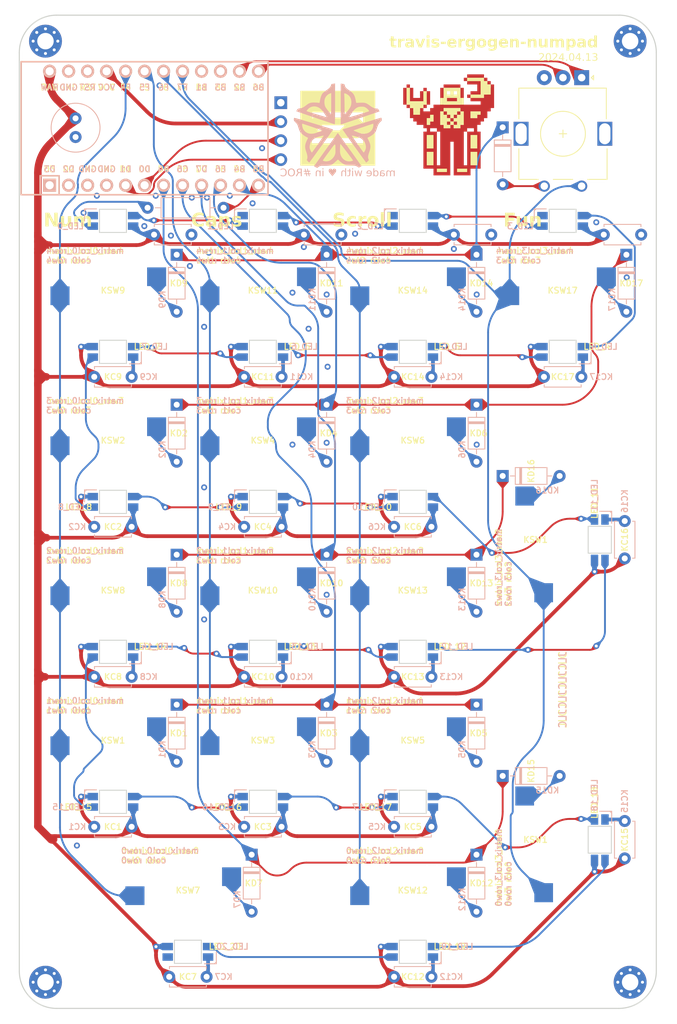
<source format=kicad_pcb>
(kicad_pcb (version 20240108) (generator "pcbnew") (generator_version "8.0")
  (title_block (title "travis_num2024") (rev "2024.04.13") (company "Travis Hardiman"))
  (layers (0 "F.Cu" signal) (31 "B.Cu" signal) (34 "B.Paste" user) (35 "F.Paste" user) (36 "B.SilkS" user "B.Silkscreen") (37 "F.SilkS" user "F.Silkscreen") (38 "B.Mask" user) (39 "F.Mask" user) (44 "Edge.Cuts" user))
  (net 0 "")
  (net 1 "D3")
  (net 2 "D2")
  (net 3 "GND")
  (net 4 "sda")
  (net 5 "scl")
  (net 6 "row0")
  (net 7 "row1")
  (net 8 "row2")
  (net 9 "row3")
  (net 10 "row4")
  (net 11 "LED")
  (net 12 "encC")
  (net 13 "encA")
  (net 14 "B3")
  (net 15 "B1")
  (net 16 "col3")
  (net 17 "col2")
  (net 18 "col1")
  (net 19 "col0")
  (net 20 "VCC")
  (net 21 "RST")
  (net 22 "RAW")
  (net 23 "LED_0")
  (net 24 "LED_1")
  (net 25 "LED_2")
  (net 26 "LED_3")
  (net 27 "LED_4")
  (net 28 "matrix_col0_row1")
  (net 29 "LED_15")
  (net 30 "LED_16")
  (net 31 "matrix_col0_row3")
  (net 32 "LED_8")
  (net 33 "LED_9")
  (net 34 "matrix_col1_row1")
  (net 35 "LED_17")
  (net 36 "matrix_col1_row3")
  (net 37 "LED_10")
  (net 38 "matrix_col2_row1")
  (net 39 "LED_18")
  (net 40 "matrix_col2_row3")
  (net 41 "LED_11")
  (net 42 "matrix_col0_row0")
  (net 43 "LED_20")
  (net 44 "matrix_col0_row2")
  (net 45 "LED_14")
  (net 46 "matrix_col0_row4")
  (net 47 "LED_7")
  (net 48 "matrix_col1_row2")
  (net 49 "LED_13")
  (net 50 "matrix_col1_row4")
  (net 51 "LED_6")
  (net 52 "matrix_col2_row0")
  (net 53 "LED_19")
  (net 54 "matrix_col2_row2")
  (net 55 "LED_12")
  (net 56 "matrix_col2_row4")
  (net 57 "LED_5")
  (net 58 "matrix_col3_row0")
  (net 59 "matrix_col3_row2")
  (net 60 "matrix_col3_row4")
  (net 61 "enc_to")
  (footprint "travis:MountingHole_2.2mm_M2_Pad_Via" (layer "F.Cu") (at 109.175 209.025)
    (property "Reference" "HOLE3" (hide yes))
    (property "Value" "")
  )
  (footprint "travis:MX" (layer "F.Cu") (at 60.05 179.95)
    (property "Reference" "KSW3")
    (property "Value" "Kailh MX Switch Sockets" (hide yes))
  )
  (footprint "travis:MX" (layer "F.Cu") (at 40 139.85)
    (property "Reference" "KSW2")
    (property "Value" "Kailh MX Switch Sockets" (hide yes))
  )
  (footprint "travis:MX" (layer "F.Cu") (at 80.1 200)
    (property "Reference" "KSW12")
    (property "Value" "Kailh MX Switch Sockets" (hide yes))
  )
  (footprint "travis:MX" (layer "F.Cu") (at 80.1 179.95)
    (property "Reference" "KSW5")
    (property "Value" "Kailh MX Switch Sockets" (hide yes))
  )
  (footprint "ScottoKeebs_Stabilizer:Stabilizer_MX_2.00u" (layer "F.Cu") (at 100.77 189.975 -90)
    (property "Reference" "STAB2u2" (hide yes))
    (property "Value" "Stabilizer_MX_2.00u" (hide yes))
  )
  (footprint "travis:MX" (layer "F.Cu") (at 80.1 119.8)
    (property "Reference" "KSW14")
    (property "Value" "Kailh MX Switch Sockets" (hide yes))
  )
  (footprint "travis:MX" (layer "F.Cu") (at 80.1 159.9)
    (property "Reference" "KSW13")
    (property "Value" "Kailh MX Switch Sockets" (hide yes))
  )
  (footprint "ScottoKeebs_Stabilizer:Stabilizer_MX_2.00u" (layer "F.Cu") (at 50.025 200.62 180)
    (property "Reference" "STAB2u1" (hide yes))
    (property "Value" "Stabilizer_MX_2.00u" (hide yes))
  )
  (footprint "travis:MountingHole_2.2mm_M2_Pad_Via" (layer "F.Cu") (at 109.175 83.225)
    (property "Reference" "HOLE2" (hide yes))
    (property "Value" "")
  )
  (footprint "travis:MX" (layer "F.Cu") (at 60.05 119.8)
    (property "Reference" "KSW11")
    (property "Value" "Kailh MX Switch Sockets" (hide yes))
  )
  (footprint "travis:MX" (layer "F.Cu") (at 60.05 159.9)
    (property "Reference" "KSW10")
    (property "Value" "Kailh MX Switch Sockets" (hide yes))
  )
  (footprint "travis:MX" (layer "F.Cu") (at 40 179.95)
    (property "Reference" "KSW1")
    (property "Value" "Kailh MX Switch Sockets" (hide yes))
  )
  (footprint "travis:MX" (layer "F.Cu") (at 100.15 189.975 90)
    (property "Reference" "KSW15")
    (property "Value" "Kailh MX Switch Sockets" (hide yes))
  )
  (footprint "travis:MX" (layer "F.Cu") (at 80.1 139.85)
    (property "Reference" "KSW6")
    (property "Value" "Kailh MX Switch Sockets" (hide yes))
  )
  (footprint "travis:ec11" (layer "F.Cu") (at 100.15 95.725 -90)
    (property "Reference" "ROT1" (hide yes))
    (property "Value" "EC11" (hide yes))
  )
  (footprint "travis:MX" (layer "F.Cu") (at 40 159.9)
    (property "Reference" "KSW8")
    (property "Value" "Kailh MX Switch Sockets" (hide yes))
  )
  (footprint "ceoloide:ergogen_logo" (layer "F.Cu") (at 70.075 94.8675)
    (property "Reference" "LOGO1" (hide yes))
    (property "Value" "")
  )
  (footprint "lib:OLED_headers" (layer "F.Cu") (at 64.05 101.25 180)
    (property "Reference" "OLED1" (hide yes))
    (property "Value" "OLED")
  )
  (footprint "travis:MX" (layer "F.Cu") (at 60.05 139.85)
    (property "Reference" "KSW4")
    (property "Value" "Kailh MX Switch Sockets" (hide yes))
  )
  (footprint "Arduino_Pro_Micro" (layer "F.Cu") (at 45.5 94.8675 90)
    (property "Reference" "MCU1" (hide yes))
    (property "Value" "Arduino Pro Micro" (hide yes))
  )
  (footprint "travis:MountingHole_2.2mm_M2_Pad_Via" (layer "F.Cu") (at 30.975 209.025)
    (property "Reference" "HOLE4" (hide yes))
    (property "Value" "")
  )
  (footprint "travis:travis" (layer "F.Cu") (at 85.125 94.8675)
    (property "Reference" "LOGO2" (hide yes))
    (property "Value" "")
  )
  (footprint "travis:MX" (layer "F.Cu") (at 100.15 149.875 90)
    (property "Reference" "KSW16")
    (property "Value" "Kailh MX Switch Sockets" (hide yes))
  )
  (footprint "travis:MountingHole_2.2mm_M2_Pad_Via" (layer "F.Cu") (at 30.975 83.225)
    (property "Reference" "HOLE1" (hide yes))
    (property "Value" "")
  )
  (footprint "ScottoKeebs_Stabilizer:Stabilizer_MX_2.00u" (layer "F.Cu") (at 100.77 149.875 -90)
    (property "Reference" "STAB2u3" (hide yes))
    (property "Value" "Stabilizer_MX_2.00u" (hide yes))
  )
  (footprint "travis:MX" (layer "F.Cu") (at 50.025 200)
    (property "Reference" "KSW7")
    (property "Value" "Kailh MX Switch Sockets" (hide yes))
  )
  (footprint "travis:MX" (layer "F.Cu") (at 100.15 119.8)
    (property "Reference" "KSW17")
    (property "Value" "Kailh MX Switch Sockets" (hide yes))
  )
  (footprint "travis:MX" (layer "F.Cu") (at 40 119.8)
    (property "Reference" "KSW9")
    (property "Value" "Kailh MX Switch Sockets" (hide yes))
  )
  (footprint "Capacitor_THT:C_Disc_D4.7mm_W2.5mm_P5.00mm" (layer "B.Cu") (at 42.5 148.15 180)
    (property "Reference" "KC2")
    (property "Value" "104")
  )
  (footprint "Capacitor_THT:C_Disc_D4.7mm_W2.5mm_P5.00mm" (layer "B.Cu") (at 65.55 109.09)
    (property "Reference" "C3" (hide yes))
    (property "Value" "104")
  )
  (footprint "Capacitor_THT:C_Disc_D4.7mm_W2.5mm_P5.00mm" (layer "B.Cu") (at 97.65 128.1)
    (property "Reference" "KC17")
    (property "Value" "104")
  )
  (footprint "travis:led_SK6812mini-e" (layer "B.Cu") (at 60.05 144.81)
    (property "Reference" "LED_9-row3-col1" (hide yes))
    (property "Value" "SK6812mini-e")
    (fp_line (start -1.8 -1.55) (end -1.8 1.55) (stroke (width 0.12)) (layer "Edge.Cuts"))
    (fp_line (start -1.8 1.55) (end 1.8 1.55) (stroke (width 0.12)) (layer "Edge.Cuts"))
    (fp_line (start 1.8 -1.55) (end -1.8 -1.55) (stroke (width 0.12)) (layer "Edge.Cuts"))
    (fp_line (start 1.8 1.55) (end 1.8 -1.55) (stroke (width 0.12)) (layer "Edge.Cuts"))
  )
  (footprint "Capacitor_THT:C_Disc_D4.7mm_W2.5mm_P5.00mm" (layer "B.Cu") (at 77.6 208.3)
    (property "Reference" "KC12")
    (property "Value" "104")
  )
  (footprint "ScottoKeebs_Components:Diode_DO-35" (layer "B.Cu") (at 68.575 131.825 -90)
    (property "Reference" "KD4")
    (property "Value" "1N4148")
  )
  (footprint "Capacitor_THT:C_Disc_D4.7mm_W2.5mm_P5.00mm" (layer "B.Cu") (at 45.5 109.09)
    (property "Reference" "C2" (hide yes))
    (property "Value" "104")
  )
  (footprint "Capacitor_THT:C_Disc_D4.7mm_W2.5mm_P5.00mm" (layer "B.Cu") (at 77.6 168.2)
    (property "Reference" "KC13")
    (property "Value" "104")
  )
  (footprint "travis:led_SK6812mini-e" (layer "B.Cu") (at 60.05 184.91)
    (property "Reference" "LED_16-row1-col1" (hide yes))
    (property "Value" "SK6812mini-e")
    (fp_line (start -1.8 -1.55) (end -1.8 1.55) (stroke (width 0.12)) (layer "Edge.Cuts"))
    (fp_line (start -1.8 1.55) (end 1.8 1.55) (stroke (width 0.12)) (layer "Edge.Cuts"))
    (fp_line (start 1.8 -1.55) (end -1.8 -1.55) (stroke (width 0.12)) (layer "Edge.Cuts"))
    (fp_line (start 1.8 1.55) (end 1.8 -1.55) (stroke (width 0.12)) (layer "Edge.Cuts"))
  )
  (footprint "ScottoKeebs_Components:Diode_DO-35" (layer "B.Cu") (at 88.625 191.975 -90)
    (property "Reference" "KD12")
    (property "Value" "1N4148")
  )
  (footprint "Capacitor_THT:C_Disc_D4.7mm_W2.5mm_P5.00mm" (layer "B.Cu") (at 105.65 109.09)
    (property "Reference" "C5" (hide yes))
    (property "Value" "104")
  )
  (footprint "Resistor_THT:R_Axial_DIN0207_L6.3mm_D2.5mm_P10.16mm_Horizontal" (layer "B.Cu") (at 54.7875 105.5 180)
    (property "Reference" "R1" (hide yes))
    (property "Value" "470R" (hide yes))
  )
  (footprint "travis:led_SK6812mini-e" (layer "B.Cu") (at 40 124.76 180)
    (property "Reference" "LED_7-row4-col0" (hide yes))
    (property "Value" "SK6812mini-e")
    (fp_line (start 1.8 1.55) (end 1.8 -1.55) (stroke (width 0.12)) (layer "Edge.Cuts"))
    (fp_line (start 1.8 -1.55) (end -1.8 -1.55) (stroke (width 0.12)) (layer "Edge.Cuts"))
    (fp_line (start -1.8 1.55) (end 1.8 1.55) (stroke (width 0.12)) (layer "Edge.Cuts"))
    (fp_line (start -1.8 -1.55) (end -1.8 1.55) (stroke (width 0.12)) (layer "Edge.Cuts"))
  )
  (footprint "Capacitor_THT:C_Disc_D4.7mm_W2.5mm_P5.00mm" (layer "B.Cu") (at 108.45 192.475 90)
    (property "Reference" "KC15")
    (property "Value" "104")
  )
  (footprint "ScottoKeebs_Components:Diode_DO-35" (layer "B.Cu") (at 58.55 191.975 -90)
    (property "Reference" "KD7")
    (property "Value" "1N4148")
  )
  (footprint "ScottoKeebs_Components:Diode_DO-35" (layer "B.Cu") (at 88.625 131.825 -90)
    (property "Reference" "KD6")
    (property "Value" "1N4148")
  )
  (footprint "ScottoKeebs_Components:Diode_DO-35" (layer "B.Cu") (at 68.575 151.875 -90)
    (property "Reference" "KD10")
    (property "Value" "1N4148")
  )
  (footprint "ScottoKeebs_Components:Diode_DO-35" (layer "B.Cu") (at 48.525 111.775 -90)
    (property "Reference" "KD9")
    (property "Value" "1N4148")
  )
  (footprint "travis:led_SK6812mini-e (per-key, single-side)" (layer "B.Cu") (at 40 107.25)
    (property "Reference" "LED1" (hide yes))
    (property "Value" "SK6812mini-e")
    (fp_line (start -1.8 -1.55) (end -1.8 1.55) (stroke (width 0.12)) (layer "Edge.Cuts"))
    (fp_line (start -1.8 1.55) (end 1.8 1.55) (stroke (width 0.12)) (layer "Edge.Cuts"))
    (fp_line (start 1.8 -1.55) (end -1.8 -1.55) (stroke (width 0.12)) (layer "Edge.Cuts"))
    (fp_line (start 1.8 1.55) (end 1.8 -1.55) (stroke (width 0.12)) (layer "Edge.Cuts"))
  )
  (footprint "Capacitor_THT:C_Disc_D4.7mm_W2.5mm_P5.00mm" (layer "B.Cu") (at 37.5 168.2)
    (property "Reference" "KC8")
    (property "Value" "104")
  )
  (footprint "travis:led_SK6812mini-e" (layer "B.Cu") (at 80.1 204.96 180)
    (property "Reference" "LED_19-row0-col2" (hide yes))
    (property "Value" "SK6812mini-e")
    (fp_line (start 1.8 1.55) (end 1.8 -1.55) (stroke (width 0.12)) (layer "Edge.Cuts"))
    (fp_line (start 1.8 -1.55) (end -1.8 -1.55) (stroke (width 0.12)) (layer "Edge.Cuts"))
    (fp_line (start -1.8 1.55) (end 1.8 1.55) (stroke (width 0.12)) (layer "Edge.Cuts"))
    (fp_line (start -1.8 -1.55) (end -1.8 1.55) (stroke (width 0.12)) (layer "Edge.Cuts"))
  )
  (footprint "travis:led_SK6812mini-e" (layer "B.Cu") (at 40 144.81)
    (property "Reference" "LED_8-row3-col0" (hide yes))
    (property "Value" "SK6812mini-e")
    (fp_line (start -1.8 -1.55) (end -1.8 1.55) (stroke (width 0.12)) (layer "Edge.Cuts"))
    (fp_line (start -1.8 1.55) (end 1.8 1.55) (stroke (width 0.12)) (layer "Edge.Cuts"))
    (fp_line (start 1.8 -1.55) (end -1.8 -1.55) (stroke (width 0.12)) (layer "Edge.Cuts"))
    (fp_line (start 1.8 1.55) (end 1.8 -1.55) (stroke (width 0.12)) (layer "Edge.Cuts"))
  )
  (footprint "travis:led_SK6812mini-e (per-key, single-side)" (layer "B.Cu") (at 100.15 107.25)
    (property "Reference" "LED4" (hide yes))
    (property "Value" "SK6812mini-e")
    (fp_line (start -1.8 -1.55) (end -1.8 1.55) (stroke (width 0.12)) (layer "Edge.Cuts"))
    (fp_line (start -1.8 1.55) (end 1.8 1.55) (stroke (width 0.12)) (layer "Edge.Cuts"))
    (fp_line (start 1.8 -1.55) (end -1.8 -1.55) (stroke (width 0.12)) (layer "Edge.Cuts"))
    (fp_line (start 1.8 1.55) (end 1.8 -1.55) (stroke (width 0.12)) (layer "Edge.Cuts"))
  )
  (footprint "travis:led_SK6812mini-e" (layer "B.Cu") (at 105.11 189.975 -90)
    (property "Reference" "LED_18-row0-col3" (hide yes))
    (property "Value" "SK6812mini-e")
    (fp_line (start -1.8 1.55) (end 1.8 1.55) (stroke (width 0.12)) (layer "Edge.Cuts"))
    (fp_line (start 1.8 1.55) (end 1.8 -1.55) (stroke (width 0.12)) (layer "Edge.Cuts"))
    (fp_line (start -1.8 -1.55) (end -1.8 1.55) (stroke (width 0.12)) (layer "Edge.Cuts"))
    (fp_line (start 1.8 -1.55) (end -1.8 -1.55) (stroke (width 0.12)) (layer "Edge.Cuts"))
  )
  (footprint "ScottoKeebs_Components:Diode_DO-35" (layer "B.Cu") (at 88.625 171.925 -90)
    (property "Reference" "KD5")
    (property "Value" "1N4148")
  )
  (footprint "Capacitor_THT:C_Disc_D4.7mm_W2.5mm_P5.00mm" (layer "B.Cu") (at 57.55 168.2)
    (property "Reference" "KC10")
    (property "Value" "104")
  )
  (footprint "Capacitor_THT:C_Disc_D4.7mm_W2.5mm_P5.00mm" (layer "B.Cu") (at 62.55 188.25 180)
    (property "Reference" "KC3")
    (property "Value" "104")
  )
  (footprint "travis:led_SK6812mini-e" (layer "B.Cu") (at 40 184.91)
    (property "Reference" "LED_15-row1-col0" (hide yes))
    (property "Value" "SK6812mini-e")
    (fp_line (start -1.8 -1.55) (end -1.8 1.55) (stroke (width 0.12)) (layer "Edge.Cuts"))
    (fp_line (start -1.8 1.55) (end 1.8 1.55) (stroke (width 0.12)) (layer "Edge.Cuts"))
    (fp_line (start 1.8 -1.55) (end -1.8 -1.55) (stroke (width 0.12)) (layer "Edge.Cuts"))
    (fp_line (start 1.8 1.55) (end 1.8 -1.55) (stroke (width 0.12)) (layer "Edge.Cuts"))
  )
  (footprint "travis:led_SK6812mini-e" (layer "B.Cu") (at 80.1 124.76 180)
    (property "Reference" "LED_5-row4-col2" (hide yes))
    (property "Value" "SK6812mini-e")
    (fp_line (start 1.8 1.55) (end 1.8 -1.55) (stroke (width 0.12)) (layer "Edge.Cuts"))
    (fp_line (start 1.8 -1.55) (end -1.8 -1.55) (stroke (width 0.12)) (layer "Edge.Cuts"))
    (fp_line (start -1.8 1.55) (end 1.8 1.55) (stroke (width 0.12)) (layer "Edge.Cuts"))
    (fp_line (start -1.8 -1.55) (end -1.8 1.55) (stroke (width 0.12)) (layer "Edge.Cuts"))
  )
  (footprint "travis:led_SK6812mini-e" (layer "B.Cu") (at 80.1 184.91)
    (property "Reference" "LED_17-row1-col2" (hide yes))
    (property "Value" "SK6812mini-e")
    (fp_line (start -1.8 -1.55) (end -1.8 1.55) (stroke (width 0.12)) (layer "Edge.Cuts"))
    (fp_line (start -1.8 1.55) (end 1.8 1.55) (stroke (width 0.12)) (layer "Edge.Cuts"))
    (fp_line (start 1.8 -1.55) (end -1.8 -1.55) (stroke (width 0.12)) (layer "Edge.Cuts"))
    (fp_line (start 1.8 1.55) (end 1.8 -1.55) (stroke (width 0.12)) (layer "Edge.Cuts"))
  )
  (footprint "travis:led_SK6812mini-e (per-key, single-side)" (layer "B.Cu") (at 80.1 107.25)
    (property "Reference" "LED3" (hide yes))
    (property "Value" "SK6812mini-e")
    (fp_line (start -1.8 -1.55) (end -1.8 1.55) (stroke (width 0.12)) (layer "Edge.Cuts"))
    (fp_line (start -1.8 1.55) (end 1.8 1.55) (stroke (width 0.12)) (layer "Edge.Cuts"))
    (fp_line (start 1.8 -1.55) (end -1.8 -1.55) (stroke (width 0.12)) (layer "Edge.Cuts"))
    (fp_line (start 1.8 1.55) (end 1.8 -1.55) (stroke (width 0.12)) (layer "Edge.Cuts"))
  )
  (footprint "ScottoKeebs_Components:Diode_DO-35" (layer "B.Cu") (at 108.675 111.775 -90)
    (property "Reference" "KD17")
    (property "Value" "1N4148")
  )
  (footprint "travis:led_SK6812mini-e" (layer "B.Cu") (at 100.15 124.76 180)
    (property "Reference" "LED_4-row3-col3" (hide yes))
    (property "Value" "SK6812mini-e")
    (fp_line (start 1.8 1.55) (end 1.8 -1.55) (stroke (width 0.12)) (layer "Edge.Cuts"))
    (fp_line (start 1.8 -1.55) (end -1.8 -1.55) (stroke (width 0.12)) (layer "Edge.Cuts"))
    (fp_line (start -1.8 1.55) (end 1.8 1.55) (stroke (width 0.12)) (layer "Edge.Cuts"))
    (fp_line (start -1.8 -1.55) (end -1.8 1.55) (stroke (width 0.12)) (layer "Edge.Cuts"))
  )
  (footprint "Capacitor_THT:C_Disc_D4.7mm_W2.5mm_P5.00mm" (layer "B.Cu") (at 47.525 208.3)
    (property "Reference" "KC7")
    (property "Value" "104")
  )
  (footprint "travis:led_SK6812mini-e" (layer "B.Cu") (at 60.05 124.76 180)
    (property "Reference" "LED_6-row4-col1" (hide yes))
    (property "Value" "SK6812mini-e")
    (fp_line (start 1.8 1.55) (end 1.8 -1.55) (stroke (width 0.12)) (layer "Edge.Cuts"))
    (fp_line (start 1.8 -1.55) (end -1.8 -1.55) (stroke (width 0.12)) (layer "Edge.Cuts"))
    (fp_line (start -1.8 1.55) (end 1.8 1.55) (stroke (width 0.12)) (layer "Edge.Cuts"))
    (fp_line (start -1.8 -1.55) (end -1.8 1.55) (stroke (width 0.12)) (layer "Edge.Cuts"))
  )
  (footprint "ScottoKeebs_Components:Diode_DO-35" (layer "B.Cu") (at 48.525 171.925 -90)
    (property "Reference" "KD1")
    (property "Value" "1N4148")
  )
  (footprint "ScottoKeebs_Components:Diode_DO-35" (layer "B.Cu") (at 48.525 131.825 -90)
    (property "Reference" "KD2")
    (property "Value" "1N4148")
  )
  (footprint "ScottoKeebs_Components:Diode_DO-35" (layer "B.Cu") (at 92.125 94.75 -90)
    (property "Reference" "D1" (hide yes))
    (property "Value" "1N4148")
  )
  (footprint "travis:led_SK6812mini-e" (layer "B.Cu") (at 80.1 164.86 180)
    (property "Reference" "LED_12-row2-col2" (hide yes))
    (property "Value" "SK6812mini-e")
    (fp_line (start 1.8 1.55) (end 1.8 -1.55) (stroke (width 0.12)) (layer "Edge.Cuts"))
    (fp_line (start 1.8 -1.55) (end -1.8 -1.55) (stroke (width 0.12)) (layer "Edge.Cuts"))
    (fp_line (start -1.8 1.55) (end 1.8 1.55) (stroke (width 0.12)) (layer "Edge.Cuts"))
    (fp_line (start -1.8 -1.55) (end -1.8 1.55) (stroke (width 0.12)) (layer "Edge.Cuts"))
  )
  (footprint "ScottoKeebs_Components:Diode_DO-35" (layer "B.Cu") (at 68.575 111.775 -90)
    (property "Reference" "KD11")
    (property "Value" "1N4148")
  )
  (footprint "Capacitor_THT:C_Disc_D4.7mm_W2.5mm_P5.00mm" (layer "B.Cu") (at 57.55 128.1)
    (property "Reference" "KC11")
    (property "Value" "104")
  )
  (footprint "Capacitor_THT:C_Disc_D4.7mm_W2.5mm_P5.00mm" (layer "B.Cu") (at 37.5 128.1)
    (property "Reference" "KC9")
    (property "Value" "104")
  )
  (footprint "ScottoKeebs_Components:Diode_DO-35" (layer "B.Cu") (at 92.125 141.35)
    (property "Reference" "KD16")
    (property "Value" "1N4148")
  )
  (footprint "travis:led_SK6812mini-e" (layer "B.Cu") (at 60.05 164.86 180)
    (property "Reference" "LED_13-row2-col1" (hide yes))
    (property "Value" "SK6812mini-e")
    (fp_line (start 1.8 1.55) (end 1.8 -1.55) (stroke (width 0.12)) (layer "Edge.Cuts"))
    (fp_line (start 1.8 -1.55) (end -1.8 -1.55) (stroke (width 0.12)) (layer "Edge.Cuts"))
    (fp_line (start -1.8 1.55) (end 1.8 1.55) (stroke (width 0.12)) (layer "Edge.Cuts"))
    (fp_line (start -1.8 -1.55) (end -1.8 1.55) (stroke (width 0.12)) (layer "Edge.Cuts"))
  )
  (footprint "travis:led_SK6812mini-e" (layer "B.Cu") (at 105.11 149.875 -90)
    (property "Reference" "LED_11-row2-col3" (hide yes))
    (property "Value" "SK6812mini-e")
    (fp_line (start -1.8 1.55) (end 1.8 1.55) (stroke (width 0.12)) (layer "Edge.Cuts"))
    (fp_line (start 1.8 1.55) (end 1.8 -1.55) (stroke (width 0.12)) (layer "Edge.Cuts"))
    (fp_line (start -1.8 -1.55) (end -1.8 1.55) (stroke (width 0.12)) (layer "Edge.Cuts"))
    (fp_line (start 1.8 -1.55) (end -1.8 -1.55) (stroke (width 0.12)) (layer "Edge.Cuts"))
  )
  (footprint "ScottoKeebs_Components:Diode_DO-35" (layer "B.Cu") (at 68.575 171.925 -90)
    (property "Reference" "KD3")
    (property "Value" "1N4148")
  )
  (footprint "travis:led_SK6812mini-e" (layer "B.Cu") (at 80.1 144.81)
    (property "Reference" "LED_10-row3-col2" (hide yes))
    (property "Value" "SK6812mini-e")
    (fp_line (start -1.8 -1.55) (end -1.8 1.55) (stroke (width 0.12)) (layer "Edge.Cuts"))
    (fp_line (start -1.8 1.55) (end 1.8 1.55) (stroke (width 0.12)) (layer "Edge.Cuts"))
    (fp_line (start 1.8 -1.55) (end -1.8 -1.55) (stroke (width 0.12)) (layer "Edge.Cuts"))
    (fp_line (start 1.8 1.55) (end 1.8 -1.55) (stroke (width 0.12)) (layer "Edge.Cuts"))
  )
  (footprint "Capacitor_THT:C_Disc_D4.7mm_W2.5mm_P5.00mm" (layer "B.Cu") (at 42.5 188.25 180)
    (property "Reference" "KC1")
    (property "Value" "104")
  )
  (footprint "Capacitor_THT:C_Disc_D4.7mm_W2.5mm_P5.00mm" (layer "B.Cu") (at 82.6 188.25 180)
    (property "Reference" "KC5")
    (property "Value" "104")
  )
  (footprint "Capacitor_THT:C_Disc_D4.7mm_W2.5mm_P5.00mm" (layer "B.Cu") (at 77.6 128.1)
    (property "Reference" "KC14")
    (property "Value" "104")
  )
  (footprint "Capacitor_THT:C_Disc_D4.7mm_W2.5mm_P5.00mm" (layer "B.Cu") (at 82.6 148.15 180)
    (property "Reference" "KC6")
    (property "Value" "104")
  )
  (footprint "ScottoKeebs_Components:Diode_DO-35" (layer "B.Cu") (at 48.525 151.875 -90)
    (property "Reference" "KD8")
    (property "Value" "1N4148")
  )
  (footprint "ScottoKeebs_Components:Diode_DO-35" (layer "B.Cu") (at 92.125 181.45)
    (property "Reference" "KD15")
    (property "Value" "1N4148")
  )
  (footprint "travis:led_SK6812mini-e" (layer "B.Cu") (at 40 164.86 180)
    (property "Reference" "LED_14-row2-col0" (hide yes))
    (property "Value" "SK6812mini-e")
    (fp_line (start 1.8 1.55) (end 1.8 -1.55) (stroke (width 0.12)) (layer "Edge.Cuts"))
    (fp_line (start 1.8 -1.55) (end -1.8 -1.55) (stroke (width 0.12)) (layer "Edge.Cuts"))
    (fp_line (start -1.8 1.55) (end 1.8 1.55) (stroke (width 0.12)) (layer "Edge.Cuts"))
    (fp_line (start -1.8 -1.55) (end -1.8 1.55) (stroke (width 0.12)) (layer "Edge.Cuts"))
  )
  (footprint "Capacitor_THT:C_Disc_D4.7mm_W2.5mm_P5.00mm" (layer "B.Cu") (at 85.6 109.09)
    (property "Reference" "C4" (hide yes))
    (property "Value" "104")
  )
  (footprint "Capacitor_THT:C_Disc_D4.7mm_W2.5mm_P5.00mm" (layer "B.Cu") (at 62.55 148.15 180)
    (property "Reference" "KC4")
    (property "Value" "104")
  )
  (footprint "travis:travis" (layer "B.Cu") (at 70.075 94.8675)
    (property "Reference" "ROC1" (hide yes))
    (property "Value" "")
  )
  (footprint "ScottoKeebs_Components:Diode_DO-35" (layer "B.Cu") (at 88.625 151.875 -90)
    (property "Reference" "KD13")
    (property "Value" "1N4148")
  )
  (footprint "travis:led_SK6812mini-e" (layer "B.Cu") (at 50.025 204.96 180)
    (property "Reference" "LED_20-row0-col0" (hide yes))
    (property "Value" "SK6812mini-e")
    (fp_line (start 1.8 1.55) (end 1.8 -1.55) (stroke (width 0.12)) (layer "Edge.Cuts"))
    (fp_line (start 1.8 -1.55) (end -1.8 -1.55) (stroke (width 0.12)) (layer "Edge.Cuts"))
    (fp_line (start -1.8 1.55) (end 1.8 1.55) (stroke (width 0.12)) (layer "Edge.Cuts"))
    (fp_line (start -1.8 -1.55) (end -1.8 1.55) (stroke (width 0.12)) (layer "Edge.Cuts"))
  )
  (footprint "ScottoKeebs_Components:Diode_DO-35" (layer "B.Cu") (at 88.625 111.775 -90)
    (property "Reference" "KD14")
    (property "Value" "1N4148")
  )
  (footprint "Capacitor_THT:C_Radial_D6.3mm_H11.0mm_P2.50mm" (layer "B.Cu") (at 35 93.5425 -90)
    (property "Reference" "C1" (hide yes))
    (property "Value" "6.3V 1000uF" (hide yes))
  )
  (footprint "Capacitor_THT:C_Disc_D4.7mm_W2.5mm_P5.00mm" (layer "B.Cu") (at 108.45 152.375 90)
    (property "Reference" "KC16")
    (property "Value" "104")
  )
  (footprint "travis:led_SK6812mini-e (per-key, single-side)" (layer "B.Cu") (at 60.05 107.25)
    (property "Reference" "LED2" (hide yes))
    (property "Value" "SK6812mini-e")
    (fp_line (start -1.8 -1.55) (end -1.8 1.55) (stroke (width 0.12)) (layer "Edge.Cuts"))
    (fp_line (start -1.8 1.55) (end 1.8 1.55) (stroke (width 0.12)) (layer "Edge.Cuts"))
    (fp_line (start 1.8 -1.55) (end -1.8 -1.55) (stroke (width 0.12)) (layer "Edge.Cuts"))
    (fp_line (start 1.8 1.55) (end 1.8 -1.55) (stroke (width 0.12)) (layer "Edge.Cuts"))
  )
  (gr_arc (start 107.675 79.75) (mid 111.210534 81.214466) (end 112.675 84.75) (stroke (width 0.15)) (layer "Edge.Cuts"))
  (gr_line (start 107.675 212.525) (end 32.475 212.525) (stroke (width 0.15)) (layer "Edge.Cuts"))
  (gr_line (start 27.475 207.525) (end 27.475 84.75) (stroke (width 0.15)) (layer "Edge.Cuts"))
  (gr_line (start 32.475 79.75) (end 107.675 79.75) (stroke (width 0.15)) (layer "Edge.Cuts"))
  (gr_line (start 112.675 84.75) (end 112.675 207.525) (stroke (width 0.15)) (layer "Edge.Cuts"))
  (gr_arc (start 112.675 207.525) (mid 111.210534 211.060534) (end 107.675 212.525) (stroke (width 0.15)) (layer "Edge.Cuts"))
  (gr_arc (start 32.475 212.525) (mid 28.939466 211.060534) (end 27.475 207.525) (stroke (width 0.15)) (layer "Edge.Cuts"))
  (gr_arc (start 27.475 84.75) (mid 28.939466 81.214466) (end 32.475 79.75) (stroke (width 0.15)) (layer "Edge.Cuts"))
  (gr_text "LED_11" (at 104.41 146.175 90) (layer "B.SilkS") (effects (font (size 0.8 0.8)) (justify right mirror)))
  (gr_text "LED_4" (at 103.85 124.06 0) (layer "B.SilkS") (effects (font (size 0.8 0.8)) (justify right mirror)))
  (gr_text "LED_9" (at 56.35 145.51 0) (layer "B.SilkS") (effects (font (size 0.8 0.8)) (justify left mirror)))
  (gr_text "LED_18" (at 104.41 186.275 90) (layer "B.SilkS") (effects (font (size 0.8 0.8)) (justify right mirror)))
  (gr_text "LED_16" (at 56.35 185.61 0) (layer "B.SilkS") (effects (font (size 0.8 0.8)) (justify left mirror)))
  (gr_text "matrix_col1_row3\ncol1 row3" (at 51.025 130.825 0) (layer "B.SilkS") (effects (font (size 0.8 0.8)) (justify right top mirror)))
  (gr_text "matrix_col0_row4\ncol0 row4" (at 30.975 110.775 0) (layer "B.SilkS") (effects (font (size 0.8 0.8)) (justify right top mirror)))
  (gr_text "matrix_col3_row2\ncol3 row2" (at 91.125 158.9 90) (layer "B.SilkS") (effects (font (size 0.8 0.8)) (justify right top mirror)))
  (gr_text "LED_10" (at 76.4 145.51 0) (layer "B.SilkS") (effects (font (size 0.8 0.8)) (justify left mirror)))
  (gr_text "matrix_col0_row0\ncol0 row0" (at 41 190.975 0) (layer "B.SilkS") (effects (font (size 0.8 0.8)) (justify right top mirror)))
  (gr_text "LED_19" (at 83.8 204.26 0) (layer "B.SilkS") (effects (font (size 0.8 0.8)) (justify right mirror)))
  (gr_text "matrix_col0_row1\ncol0 row1" (at 30.975 170.925 0) (layer "B.SilkS") (effects (font (size 0.8 0.8)) (justify right top mirror)))
  (gr_text "matrix_col1_row4\ncol1 row4" (at 51.025 110.775 0) (layer "B.SilkS") (effects (font (size 0.8 0.8)) (justify right top mirror)))
  (gr_text "LED_6" (at 63.75 124.06 0) (layer "B.SilkS") (effects (font (size 0.8 0.8)) (justify right mirror)))
  (gr_text "matrix_col2_row2\ncol2 row2" (at 71.075 150.875 0) (layer "B.SilkS") (effects (font (size 0.8 0.8)) (justify right top mirror)))
  (gr_text "LED_12" (at 83.8 164.16 0) (layer "B.SilkS") (effects (font (size 0.8 0.8)) (justify right mirror)))
  (gr_text "LED_0" (at 36.2 107.95 0) (layer "B.SilkS") (effects (font (size 0.8 0.8)) (justify left mirror)))
  (gr_text "JLCJLCJLCJLC" (at 100.15 169.925 90) (layer "B.SilkS") (effects (font (size 1 1)) (justify mirror)))
  (gr_text "LED_3" (at 96.35 107.95 0) (layer "B.SilkS") (effects (font (size 0.8 0.8)) (justify left mirror)))
  (gr_text "LED_20" (at 53.725 204.26 0) (layer "B.SilkS") (effects (font (size 0.8 0.8)) (justify right mirror)))
  (gr_text "matrix_col1_row2\ncol1 row2" (at 51.025 150.875 0) (layer "B.SilkS") (effects (font (size 0.8 0.8)) (justify right top mirror)))
  (gr_text "matrix_col1_row1\ncol1 row1" (at 51.025 170.925 0) (layer "B.SilkS") (effects (font (size 0.8 0.8)) (justify right top mirror)))
  (gr_text "LED_14" (at 43.7 164.16 0) (layer "B.SilkS") (effects (font (size 0.8 0.8)) (justify right mirror)))
  (gr_text "LED_7" (at 43.7 124.06 0) (layer "B.SilkS") (effects (font (size 0.8 0.8)) (justify right mirror)))
  (gr_text "made with ♥ in #ROC" (at 70.075 100.8675 0) (layer "B.SilkS") (effects (font (size 1 1)) (justify mirror)))
  (gr_text "matrix_col3_row0\ncol3 row0" (at 91.125 199 90) (layer "B.SilkS") (effects (font (size 0.8 0.8)) (justify right top mirror)))
  (gr_text "LED_2" (at 76.3 107.95 0) (layer "B.SilkS") (effects (font (size 0.8 0.8)) (justify left mirror)))
  (gr_text "matrix_col2_row4\ncol2 row4" (at 71.075 110.775 0) (layer "B.SilkS") (effects (font (size 0.8 0.8)) (justify right top mirror)))
  (gr_text "LED_13" (at 63.75 164.16 0) (layer "B.SilkS") (effects (font (size 0.8 0.8)) (justify right mirror)))
  (gr_text "matrix_col0_row3\ncol0 row3" (at 30.975 130.825 0) (layer "B.SilkS") (effects (font (size 0.8 0.8)) (justify right top mirror)))
  (gr_text "matrix_col3_row4\ncol3 row3" (at 91.125 110.775 0) (layer "B.SilkS") (effects (font (size 0.8 0.8)) (justify right top mirror)))
  (gr_text "matrix_col2_row0\ncol2 row0" (at 71.075 190.975 0) (layer "B.SilkS") (effects (font (size 0.8 0.8)) (justify right top mirror)))
  (gr_text "LED_15" (at 36.3 185.61 0) (layer "B.SilkS") (effects (font (size 0.8 0.8)) (justify left mirror)))
  (gr_text "LED_8" (at 36.3 145.51 0) (layer "B.SilkS") (effects (font (size 0.8 0.8)) (justify left mirror)))
  (gr_text "LED_5" (at 83.8 124.06 0) (layer "B.SilkS") (effects (font (size 0.8 0.8)) (justify right mirror)))
  (gr_text "matrix_col2_row3\ncol2 row3" (at 71.075 130.825 0) (layer "B.SilkS") (effects (font (size 0.8 0.8)) (justify right top mirror)))
  (gr_text "matrix_col0_row2\ncol0 row2" (at 30.975 150.875 0) (layer "B.SilkS") (effects (font (size 0.8 0.8)) (justify right top mirror)))
  (gr_text "matrix_col2_row1\ncol2 row1" (at 71.075 170.925 0) (layer "B.SilkS") (effects (font (size 0.8 0.8)) (justify right top mirror)))
  (gr_text "LED_17" (at 76.4 185.61 0) (layer "B.SilkS") (effects (font (size 0.8 0.8)) (justify left mirror)))
  (gr_text "LED_1" (at 56.25 107.95 0) (layer "B.SilkS") (effects (font (size 0.8 0.8)) (justify left mirror)))
  (gr_text "2024.04.13" (at 104.9125 85.4375 0) (layer "F.SilkS") (effects (font (size 1 1)) (justify right)))
  (gr_text "LED_9" (at 57.35 145.51 0) (layer "F.SilkS") (effects (font (size 0.8 0.8)) (justify right)))
  (gr_text "KC6" (at 80.1 148.15 0) (layer "F.SilkS") (effects (font (size 0.8 0.8))))
  (gr_text "Scroll" (at 77.35 107.25 0) (layer "F.SilkS") (effects (font (size 1.8 1.8) (thickness 0.15) (bold yes)) (justify right)))
  (gr_text "matrix_col1_row4\ncol1 row4" (at 51.025 110.775 0) (layer "F.SilkS") (effects (font (size 0.8 0.8)) (justify left top)))
  (gr_text "matrix_col2_row0\ncol2 row0" (at 71.075 190.975 0) (layer "F.SilkS") (effects (font (size 0.8 0.8)) (justify left top)))
  (gr_text "matrix_col2_row2\ncol2 row2" (at 71.075 150.875 0) (layer "F.SilkS") (effects (font (size 0.8 0.8)) (justify left top)))
  (gr_text "LED_4" (at 102.85 124.06 0) (layer "F.SilkS") (effects (font (size 0.8 0.8)) (justify left)))
  (gr_text "KC9" (at 40 128.1 0) (layer "F.SilkS") (effects (font (size 0.8 0.8))))
  (gr_text "matrix_col1_row2\ncol1 row2" (at 51.025 150.875 0) (layer "F.SilkS") (effects (font (size 0.8 0.8)) (justify left top)))
  (gr_text "KD15" (at 95.935 182.45 90) (layer "F.SilkS") (effects (font (size 0.8 0.8)) (justify left)))
  (gr_text "KC2" (at 40 148.15 0) (layer "F.SilkS") (effects (font (size 0.8 0.8))))
  (gr_text "KD4" (at 67.575 135.635 0) (layer "F.SilkS") (effects (font (size 0.8 0.8)) (justify left)))
  (gr_text "JLCJLCJLCJLC" (at 100.15 169.925 90) (layer "F.SilkS") (effects (font (size 1 1))))
  (gr_text "KC8" (at 40 168.2 0) (layer "F.SilkS") (effects (font (size 0.8 0.8))))
  (gr_text "LED_5" (at 82.8 124.06 0) (layer "F.SilkS") (effects (font (size 0.8 0.8)) (justify left)))
  (gr_text "matrix_col0_row2\ncol0 row2" (at 30.975 150.875 0) (layer "F.SilkS") (effects (font (size 0.8 0.8)) (justify left top)))
  (gr_text "KD11" (at 67.575 115.585 0) (layer "F.SilkS") (effects (font (size 0.8 0.8)) (justify left)))
  (gr_text "matrix_col3_row0\ncol3 row0" (at 91.125 199 90) (layer "F.SilkS") (effects (font (size 0.8 0.8)) (justify left top)))
  (gr_text "KC13" (at 80.1 168.2 0) (layer "F.SilkS") (effects (font (size 0.8 0.8))))
  (gr_text "LED_20" (at 52.725 204.26 0) (layer "F.SilkS") (effects (font (size 0.8 0.8)) (justify left)))
  (gr_text "KD9" (at 47.525 115.585 0) (layer "F.SilkS") (effects (font (size 0.8 0.8)) (justify left)))
  (gr_text "LED_8" (at 37.3 145.51 0) (layer "F.SilkS") (effects (font (size 0.8 0.8)) (justify right)))
  (gr_text "LED_7" (at 42.7 124.06 0) (layer "F.SilkS") (effects (font (size 0.8 0.8)) (justify left)))
  (gr_text "KC17" (at 100.15 128.1 0) (layer "F.SilkS") (effects (font (size 0.8 0.8))))
  (gr_text "matrix_col2_row1\ncol2 row1" (at 71.075 170.925 0) (layer "F.SilkS") (effects (font (size 0.8 0.8)) (justify left top)))
  (gr_text "KC4" (at 60.05 148.15 0) (layer "F.SilkS") (effects (font (size 0.8 0.8))))
  (gr_text "Fun" (at 97.4 107.25 0) (layer "F.SilkS") (effects (font (size 1.8 1.8) (thickness 0.15) (bold yes)) (justify right)))
  (gr_text "matrix_col0_row4\ncol0 row4" (at 30.975 110.775 0) (layer "F.SilkS") (effects (font (size 0.8 0.8)) (justify left top)))
  (gr_text "LED_6" (at 62.75 124.06 0) (layer "F.SilkS") (effects (font (size 0.8 0.8)) (justify left)))
  (gr_text "matrix_col0_row1\ncol0 row1" (at 30.975 170.925 0) (layer "F.SilkS") (effects (font (size 0.8 0.8)) (justify left top)))
  (gr_text "matrix_col3_row4\ncol3 row3" (at 91.125 110.775 0) (layer "F.SilkS") (effects (font (size 0.8 0.8)) (justify left top)))
  (gr_text "KD2" (at 47.525 135.635 0) (layer "F.SilkS") (effects (font (size 0.8 0.8)) (justify left)))
  (gr_text "KD14" (at 87.625 115.585 0) (layer "F.SilkS") (effects (font (size 0.8 0.8)) (justify left)))
  (gr_text "matrix_col1_row1\ncol1 row1" (at 51.025 170.925 0) (layer "F.SilkS") (effects (font (size 0.8 0.8)) (justify left top)))
  (gr_text "KD3" (at 67.575 175.735 0) (layer "F.SilkS") (effects (font (size 0.8 0.8)) (justify left)))
  (gr_text "KC15" (at 108.45 189.975 90) (layer "F.SilkS") (effects (font (size 0.8 0.8))))
  (gr_text "LED_14" (at 42.7 164.16 0) (layer "F.SilkS") (effects (font (size 0.8 0.8)) (justify left)))
  (gr_text "KC1" (at 40 188.25 0) (layer "F.SilkS") (effects (font (size 0.8 0.8))))
  (gr_text "LED_17" (at 77.4 185.61 0) (layer "F.SilkS") (effects (font (size 0.8 0.8)) (justify right)))
  (gr_text "Num" (at 37.25 107.25 0) (layer "F.SilkS") (effects (font (size 1.8 1.8) (thickness 0.15) (bold yes)) (justify right)))
  (gr_text "KC14" (at 80.1 128.1 0) (layer "F.SilkS") (effects (font (size 0.8 0.8))))
  (gr_text "KD10" (at 67.575 155.685 0) (layer "F.SilkS") (effects (font (size 0.8 0.8)) (justify left)))
  (gr_text "KD5" (at 87.625 175.735 0) (layer "F.SilkS") (effects (font (size 0.8 0.8)) (justify left)))
  (gr_text "matrix_col1_row3\ncol1 row3" (at 51.025 130.825 0) (layer "F.SilkS") (effects (font (size 0.8 0.8)) (justify left top)))
  (gr_text "KC16" (at 108.45 149.875 90) (layer "F.SilkS") (effects (font (size 0.8 0.8))))
  (gr_text "matrix_col2_row3\ncol2 row3" (at 71.075 130.825 0) (layer "F.SilkS") (effects (font (size 0.8 0.8)) (justify left top)))
  (gr_text "KD7" (at 57.55 195.785 0) (layer "F.SilkS") (effects (font (size 0.8 0.8)) (justify left)))
  (gr_text "LED_11" (at 104.41 147.175 90) (layer "F.SilkS") (effects (font (size 0.8 0.8)) (justify left)))
  (gr_text "LED_13" (at 62.75 164.16 0) (layer "F.SilkS") (effects (font (size 0.8 0.8)) (justify left)))
  (gr_text "LED_19" (at 82.8 204.26 0) (layer "F.SilkS") (effects (font (size 0.8 0.8)) (justify left)))
  (gr_text "matrix_col0_row3\ncol0 row3" (at 30.975 130.825 0) (layer "F.SilkS") (effects (font (size 0.8 0.8)) (justify left top)))
  (gr_text "KC7" (at 50.025 208.3 0) (layer "F.SilkS") (effects (font (size 0.8 0.8))))
  (gr_text "KC10" (at 60.05 168.2 0) (layer "F.SilkS") (effects (font (size 0.8 0.8))))
  (gr_text "KD1" (at 47.525 175.735 0) (layer "F.SilkS") (effects (font (size 0.8 0.8)) (justify left)))
  (gr_text "KC5" (at 80.1 188.25 0) (layer "F.SilkS") (effects (font (size 0.8 0.8))))
  (gr_text "LED_15" (at 37.3 185.61 0) (layer "F.SilkS") (effects (font (size 0.8 0.8)) (justify right)))
  (gr_text "travis-ergogen-numpad" (at 104.9125 83.4375 0) (layer "F.SilkS") (effects (font (size 1.5 1.5) (thickness 0.15) (bold yes)) (justify right)))
  (gr_text "matrix_col3_row2\ncol3 row2" (at 91.125 158.9 90) (layer "F.SilkS") (effects (font (size 0.8 0.8)) (justify left top)))
  (gr_text "KD16" (at 95.935 142.35 90) (layer "F.SilkS") (effects (font (size 0.8 0.8)) (justify left)))
  (gr_text "KC11" (at 60.05 128.1 0) (layer "F.SilkS") (effects (font (size 0.8 0.8))))
  (gr_text "KD13" (at 87.625 155.685 0) (layer "F.SilkS") (effects (font (size 0.8 0.8)) (justify left)))
  (gr_text "KD8" (at 47.525 155.685 0) (layer "F.SilkS") (effects (font (size 0.8 0.8)) (justify left)))
  (gr_text "LED_16" (at 57.35 185.61 0) (layer "F.SilkS") (effects (font (size 0.8 0.8)) (justify right)))
  (gr_text "LED_18" (at 104.41 187.275 90) (layer "F.SilkS") (effects (font (size 0.8 0.8)) (justify left)))
  (gr_text "KD6" (at 87.625 135.635 0) (layer "F.SilkS") (effects (font (size 0.8 0.8)) (justify left)))
  (gr_text "KD17" (at 107.675 115.585 0) (layer "F.SilkS") (effects (font (size 0.8 0.8)) (justify left)))
  (gr_text "matrix_col0_row0\ncol0 row0" (at 41 190.975 0) (layer "F.SilkS") (effects (font (size 0.8 0.8)) (justify left top)))
  (gr_text "KC12" (at 80.1 208.3 0) (layer "F.SilkS") (effects (font (size 0.8 0.8))))
  (gr_text "Caps" (at 57.3 107.25 0) (layer "F.SilkS") (effects (font (size 1.8 1.8) (thickness 0.15) (bold yes)) (justify right)))
  (gr_text "KC3" (at 60.05 188.25 0) (layer "F.SilkS") (effects (font (size 0.8 0.8))))
  (gr_text "LED_10" (at 77.4 145.51 0) (layer "F.SilkS") (effects (font (size 0.8 0.8)) (justify right)))
  (gr_text "LED_12" (at 82.8 164.16 0) (layer "F.SilkS") (effects (font (size 0.8 0.8)) (justify left)))
  (gr_text "matrix_col2_row4\ncol2 row4" (at 71.075 110.775 0) (layer "F.SilkS") (effects (font (size 0.8 0.8)) (justify left top)))
  (gr_text "KD12" (at 87.625 195.785 0) (layer "F.SilkS") (effects (font (size 0.8 0.8)) (justify left)))
  (segment (start 36.53381 187.28381) (end 37.5 188.25) (width 0.5) (layer "F.Cu") (net 3))
  (segment (start 36.53381 147.18381) (end 37.5 148.15) (width 0.5) (layer "F.Cu") (net 3))
  (segment (start 75.8328 145.25) (end 75.8328 144.1172) (width 0.5) (layer "F.Cu") (net 3))
  (segment (start 55.7828 144.1172) (end 55.7828 145.25) (width 0.5) (layer "F.Cu") (net 3))
  (segment (start 35.7328 184.2172) (end 35.7328 185.35) (width 0.5) (layer "F.Cu") (net 3))
  (segment (start 76.63381 147.18381) (end 77.6 148.15) (width 0.5) (layer "F.Cu") (net 3))
  (segment (start 56.58381 187.28381) (end 57.55 188.25) (width 0.5) (layer "F.Cu") (net 3))
  (segment (start 75.8328 184.2172) (end 75.8328 185.35) (width 0.5) (layer "F.Cu") (net 3))
  (segment (start 76.63381 187.28381) (end 77.6 188.25) (width 0.5) (layer "F.Cu") (net 3))
  (segment (start 35.7328 145.25) (end 35.7328 144.1172) (width 0.5) (layer "F.Cu") (net 3))
  (segment (start 56.58381 147.18381) (end 57.55 148.15) (width 0.5) (layer "F.Cu") (net 3))
  (segment (start 55.7828 184.2172) (end 55.7828 185.35) (width 0.5) (layer "F.Cu") (net 3))
  (via (at 35.179 190.754) (size 0.8) (drill 0.4) (layers "F.Cu" "B.Cu") (net 3))
  (via (at 66.167 121.666) (size 0.8) (drill 0.4) (layers "F.Cu" "B.Cu") (net 3))
  (via (at 72.39 108.966) (size 0.8) (drill 0.4) (layers "F.Cu" "B.Cu") (net 3))
  (via (at 88.646 117.094) (size 0.8) (drill 0.4) (layers "F.Cu" "B.Cu") (net 3))
  (via (at 52.197 160.528) (size 0.8) (drill 0.4) (layers "F.Cu" "B.Cu") (net 3))
  (via (at 64.008 137.16) (size 0.8) (drill 0.4) (layers "F.Cu" "B.Cu") (net 3))
  (via (at 75.8328 184.2172) (size 0.8) (drill 0.4) (layers "F.Cu" "B.Cu") (net 3))
  (via (at 47.752 109.22) (size 0.8) (drill 0.4) (layers "F.Cu" "B.Cu") (net 3))
  (via (at 104.648 107.442) (size 0.8) (drill 0.4) (layers "F.Cu" "B.Cu") (net 3))
  (via (at 50.292 113.284) (size 0.8) (drill 0.4) (layers "F.Cu" "B.Cu") (net 3))
  (via (at 65.532 110.744) (size 0.8) (drill 0.4) (layers "F.Cu" "B.Cu") (net 3))
  (via (at 59.944 97.536) (size 0.8) (drill 0.4) (layers "F.Cu" "B.Cu") (net 3))
  (via (at 64.008 116.84) (size 0.8) (drill 0.4) (layers "F.Cu" "B.Cu") (net 3))
  (via (at 35.7328 184.2172) (size 0.8) (drill 0.4) (layers "F.Cu" "B.Cu") (net 3))
  (via (at 68.707 126.746) (size 0.8) (drill 0.4) (layers "F.Cu" "B.Cu") (net 3))
  (via (at 36.068 106.172) (size 0.8) (drill 0.4) (layers "F.Cu" "B.Cu") (net 3))
  (via (at 88.646 137.16) (size 0.8) (drill 0.4) (layers "F.Cu" "B.Cu") (net 3))
  (via (at 44.196 107.95) (size 0.8) (drill 0.4) (layers "F.Cu" "B.Cu") (net 3))
  (via (at 85.598 110.998) (size 0.8) (drill 0.4) (layers "F.Cu" "B.Cu") (net 3))
  (via (at 68.58 157.226) (size 0.8) (drill 0.4) (layers "F.Cu" "B.Cu") (net 3))
  (via (at 58.674 104.902) (size 0.8) (drill 0.4) (layers "F.Cu" "B.Cu") (net 3))
  (via (at 55.7828 144.1172) (size 0.8) (drill 0.4) (layers "F.Cu" "B.Cu") (net 3))
  (via (at 52.197 121.412) (size 0.8) (drill 0.4) (layers "F.Cu" "B.Cu") (net 3))
  (via (at 68.58 117.094) (size 0.8) (drill 0.4) (layers "F.Cu" "B.Cu") (net 3))
  (via (at 37.846 103.886) (size 0.8) (drill 0.4) (layers "F.Cu" "B.Cu") (net 3))
  (via (at 108.712 114.808) (size 0.8) (drill 0.4) (layers "F.Cu" "B.Cu") (net 3))
  (via (at 68.58 136.906) (size 0.8) (drill 0.4) (layers "F.Cu" "B.Cu") (net 3))
  (via (at 52.197 142.875) (size 0.8) (drill 0.4) (layers "F.Cu" "B.Cu") (net 3))
  (via (at 52.578 104.14) (size 0.8) (drill 0.4) (layers "F.Cu" "B.Cu") (net 3))
  (via (at 55.7828 184.2172) (size 0.8) (drill 0.4) (layers "F.Cu" "B.Cu") (net 3))
  (via (at 55.626 103.886) (size 0.8) (drill 0.4) (layers "F.Cu" "B.Cu") (net 3))
  (via (at 50.546 104.14) (size 0.8) (drill 0.4) (layers "F.Cu" "B.Cu") (net 3))
  (via (at 35.7328 144.1172) (size 0.8) (drill 0.4) (layers "F.Cu" "B.Cu") (net 3))
  (via (at 45.72 103.886) (size 0.8) (drill 0.4) (layers "F.Cu" "B.Cu") (net 3))
  (via (at 75.8328 144.1172) (size 0.8) (drill 0.4) (layers "F.Cu" "B.Cu") (net 3))
  (via (at 52.832 111.506) (size 0.8) (drill 0.4) (layers "F.Cu" "B.Cu") (net 3))
  (via (at 46.228 89.154) (size 0.8) (drill 0.4) (layers "F.Cu" "B.Cu") (net 3))
  (arc (start 35.7328 145.25) (mid 35.940975 146.29657) (end 36.53381 147.18381) (width 0.5) (layer "F.Cu") (net 3))
  (arc (start 76.63381 147.18381) (mid 76.040975 146.29657) (end 75.8328 145.25) (width 0.5) (layer "F.Cu") (net 3))
  (arc (start 36.53381 187.28381) (mid 35.940975 186.39657) (end 35.7328 185.35) (width 0.5) (layer "F.Cu") (net 3))
  (arc (start 55.7828 185.35) (mid 55.990975 186.39657) (end 56.58381 187.28381) (width 0.5) (layer "F.Cu") (net 3))
  (arc (start 76.63381 187.28381) (mid 76.040975 186.39657) (end 75.8328 185.35) (width 0.5) (layer "F.Cu") (net 3))
  (arc (start 55.7828 145.25) (mid 55.990975 146.29657) (end 56.58381 147.18381) (width 0.5) (layer "F.Cu") (net 3))
  (segment (start 75.8364 144.1136) (end 75.8328 144.1172) (width 0.5) (layer "B.Cu") (net 3))
  (segment (start 102.85 127.758578) (end 102.85 125.46) (width 0.5) (layer "B.Cu") (net 3))
  (segment (start 62.65 128) (end 62.55 128.1) (width 0.5) (layer "B.Cu") (net 3))
  (segment (start 42.6 128) (end 42.5 128.1) (width 0.5) (layer "B.Cu") (net 3))
  (segment (start 82.7 128) (end 82.6 128.1) (width 0.5) (layer "B.Cu") (net 3))
  (segment (start 55.795091 144.11) (end 57.35 144.11) (width 0.5) (layer "B.Cu") (net 3))
  (segment (start 55.7828 184.2172) (end 55.7864 184.2136) (width 0.5) (layer "B.Cu") (net 3))
  (segment (start 52.725 207.958578) (end 52.725 205.66) (width 0.5) (layer "B.Cu") (net 3))
  (segment (start 75.8364 184.2136) (end 75.8328 184.2172) (width 0.5) (layer "B.Cu") (net 3))
  (segment (start 108.108578 147.175) (end 105.81 147.175) (width 0.5) (layer "B.Cu") (net 3))
  (segment (start 35.745091 184.21) (end 37.3 184.21) (width 0.5) (layer "B.Cu") (net 3))
  (segment (start 62.65 168.1) (end 62.55 168.2) (width 0.5) (layer "B.Cu") (net 3))
  (segment (start 82.8 207.958578) (end 82.8 205.66) (width 0.5) (layer "B.Cu") (net 3))
  (segment (start 82.8 127.758578) (end 82.8 125.46) (width 0.5) (layer "B.Cu") (net 3))
  (segment (start 108.108578 187.275) (end 105.81 187.275) (width 0.5) (layer "B.Cu") (net 3))
  (segment (start 35.745091 144.11) (end 37.3 144.11) (width 0.5) (layer "B.Cu") (net 3))
  (segment (start 42.6 168.1) (end 42.5 168.2) (width 0.5) (layer "B.Cu") (net 3))
  (segment (start 108.35 147.275) (end 108.45 147.375) (width 0.5) (layer "B.Cu") (net 3))
  (segment (start 82.8 167.858578) (end 82.8 165.56) (width 0.5) (layer "B.Cu") (net 3))
  (segment (start 42.7 127.758578) (end 42.7 125.46) (width 0.5) (layer "B.Cu") (net 3))
  (segment (start 42.7 167.858578) (end 42.7 165.56) (width 0.5) (layer "B.Cu") (net 3))
  (segment (start 35.7364 144.1136) (end 35.7328 144.1172) (width 0.5) (layer "B.Cu") (net 3))
  (segment (start 62.75 167.858578) (end 62.75 165.56) (width 0.5) (layer "B.Cu") (net 3))
  (segment (start 75.845091 184.21) (end 77.4 184.21) (width 0.5) (layer "B.Cu") (net 3))
  (segment (start 82.7 208.2) (end 82.6 208.3) (width 0.5) (layer "B.Cu") (net 3))
  (segment (start 82.7 168.1) (end 82.6 168.2) (width 0.5) (layer "B.Cu") (net 3))
  (segment (start 52.625 208.2) (end 52.525 208.3) (width 0.5) (layer "B.Cu") (net 3))
  (segment (start 102.75 128) (end 102.65 128.1) (width 0.5) (layer "B.Cu") (net 3))
  (segment (start 108.35 187.375) (end 108.45 187.475) (width 0.5) (layer "B.Cu") (net 3))
  (segment (start 75.845091 144.11) (end 77.4 144.11) (width 0.5) (layer "B.Cu") (net 3))
  (segment (start 62.75 127.758578) (end 62.75 125.46) (width 0.5) (layer "B.Cu") (net 3))
  (segment (start 35.7364 184.2136) (end 35.7328 184.2172) (width 0.5) (layer "B.Cu") (net 3))
  (segment (start 55.7828 144.1172) (end 55.7864 144.1136) (width 0.5) (layer "B.Cu") (net 3))
  (segment (start 55.795091 184.21) (end 57.35 184.21) (width 0.5) (layer "B.Cu") (net 3))
  (arc (start 62.75 167.858578) (mid 62.72401 167.989234) (end 62.65 168.1) (width 0.5) (layer "B.Cu") (net 3))
  (arc (start 42.7 167.858578) (mid 42.67401 167.989234) (end 42.6 168.1) (width 0.5) (layer "B.Cu") (net 3))
  (arc (start 35.745091 184.21) (mid 35.740387 184.210935) (end 35.7364 184.2136) (width 0.5) (layer "B.Cu") (net 3))
  (arc (start 82.7 168.1) (mid 82.77401 167.989234) (end 82.8 167.858578) (width 0.5) (layer "B.Cu") (net 3))
  (arc (start 52.625 208.2) (mid 52.69901 208.089234) (end 52.725 207.958578) (width 0.5) (layer "B.Cu") (net 3))
  (arc (start 75.8364 184.2136) (mid 75.840387 184.210935) (end 75.845091 184.21) (width 0.5) (layer "B.Cu") (net 3))
  (arc (start 62.75 127.758578) (mid 62.72401 127.889234) (end 62.65 128) (width 0.5) (layer "B.Cu") (net 3))
  (arc (start 42.6 128) (mid 42.67401 127.889234) (end 42.7 127.758578) (width 0.5) (layer "B.Cu") (net 3))
  (arc (start 102.85 127.758578) (mid 102.82401 127.889234) (end 102.75 128) (width 0.5) (layer "B.Cu") (net 3))
  (arc (start 108.35 147.275) (mid 108.239234 147.200989) (end 108.108578 147.175) (width 0.5) (layer "B.Cu") (net 3))
  (arc (start 55.795091 144.11) (mid 55.790387 144.110935) (end 55.7864 144.1136) (width 0.5) (layer "B.Cu") (net 3))
  (arc (start 75.8364 144.1136) (mid 75.840387 144.110935) (end 75.845091 144.11) (width 0.5) (layer "B.Cu") (net 3))
  (arc (start 82.8 127.758578) (mid 82.77401 127.889234) (end 82.7 128) (width 0.5) (layer "B.Cu") (net 3))
  (arc (start 55.795091 184.21) (mid 55.790387 184.210935) (end 55.7864 184.2136) (width 0.5) (layer "B.Cu") (net 3))
  (arc (start 82.8 207.958578) (mid 82.77401 208.089234) (end 82.7 208.2) (width 0.5) (layer "B.Cu") (net 3))
  (arc (start 108.108578 187.275) (mid 108.239234 187.300989) (end 108.35 187.375) (width 0.5) (layer "B.Cu") (net 3))
  (arc (start 35.745091 144.11) (mid 35.740387 144.110935) (end 35.7364 144.1136) (width 0.5) (layer "B.Cu") (net 3))
  (segment (start 42.29065 103.08815) (end 41.69 102.4875) (width 0.25) (layer "F.Cu") (net 4))
  (segment (start 44.961794 103.4546) (end 45.213129 103.203265) (width 0.25) (layer "F.Cu") (net 4))
  (segment (start 50.613925 99.07) (end 62.45 99.07) (width 0.25) (layer "F.Cu") (net 4))
  (segment (start 46.985776 100.572828) (end 45.786222 101.772382) (width 0.25) (layer "F.Cu") (net 4))
  (segment (start 44.396384 103.6888) (end 43.740747 103.6888) (width 0.25) (layer "F.Cu") (net 4))
  (segment (start 45.482948 102.504552) (end 45.482946 102.551916) (width 0.25) (layer "F.Cu") (net 4))
  (arc (start 45.482946 102.551916) (mid 45.412814 102.904424) (end 45.213129 103.203265) (width 0.25) (layer "F.Cu") (net 4))
  (arc (start 45.482948 102.504552) (mid 45.561766 102.108304) (end 45.786222 101.772382) (width 0.25) (layer "F.Cu") (net 4))
  (arc (start 46.985776 100.572828) (mid 48.650385 99.460572) (end 50.613925 99.07) (width 0.25) (layer "F.Cu") (net 4))
  (arc (start 44.396384 103.6888) (mid 44.702382 103.627934) (end 44.961794 103.4546) (width 0.25) (layer "F.Cu") (net 4))
  (arc (start 43.740747 103.6888) (mid 42.95596 103.532696) (end 42.29065 103.08815) (width 0.25) (layer "F.Cu") (net 4))
  (segment (start 48.593707 98.123792) (end 44.23 102.4875) (width 0.25) (layer "F.Cu") (net 5))
  (segment (start 52.441463 96.53) (end 62.45 96.53) (width 0.25) (layer "F.Cu") (net 5))
  (arc (start 52.441463 96.53) (mid 50.359072 96.944213) (end 48.593707 98.123792) (width 0.25) (layer "F.Cu") (net 5))
  (segment (start 89.423749 191.176248) (end 90.531207 190.068792) (width 0.25) (layer "F.Cu") (net 6))
  (segment (start 65.887111 193.04) (end 86.806931 193.04) (width 0.25) (layer "F.Cu") (net 6))
  (segment (start 88.292186 192.307812) (end 88.159062 192.440937) (width 0.25) (layer "F.Cu") (net 6))
  (segment (start 92.125 186.221036) (end 92.125 181.45) (width 0.25) (layer "F.Cu") (net 6))
  (segment (start 88.69156 191.908436) (end 88.558436 192.041561) (width 0.25) (layer "F.Cu") (net 6))
  (segment (start 88.558436 192.041561) (end 88.425311 192.174686) (width 0.25) (layer "F.Cu") (net 6))
  (segment (start 88.159062 192.440937) (end 88.0925 192.5075) (width 0.25) (layer "F.Cu") (net 6))
  (segment (start 88.292186 192.307812) (end 88.425311 192.174686) (width 0.25) (layer "F.Cu") (net 6))
  (segment (start 58.676264 192.458395) (end 60.287933 194.070064) (width 0.25) (layer "F.Cu") (net 6))
  (segment (start 63.806179 193.901949) (end 63.638065 194.070064) (width 0.25) (layer "F.Cu") (net 6))
  (segment (start 58.55 192.153565) (end 58.55 191.975) (width 0.25) (layer "F.Cu") (net 6))
  (segment (start 89.423749 191.176248) (end 88.891248 191.708748) (width 0.25) (layer "F.Cu") (net 6))
  (segment (start 88.891248 191.708748) (end 88.69156 191.908436) (width 0.25) (layer "F.Cu") (net 6))
  (arc (start 61.963 194.7639) (mid 62.869538 194.583577) (end 63.638065 194.070064) (width 0.25) (layer "F.Cu") (net 6))
  (arc (start 58.676264 192.458395) (mid 58.582814 192.318538) (end 58.55 192.153565) (width 0.25) (layer "F.Cu") (net 6))
  (arc (start 92.125 186.221036) (mid 91.710786 188.303426) (end 90.531207 190.068792) (width 0.25) (layer "F.Cu") (net 6))
  (arc (start 65.887111 193.04) (mid 64.760919 193.264013) (end 63.806179 193.901949) (width 0.25) (layer "F.Cu") (net 6))
  (arc (start 86.806931 193.04) (mid 87.502675 192.901607) (end 88.0925 192.5075) (width 0.25) (layer "F.Cu") (net 6))
  (arc (start 60.287933 194.070064) (mid 61.05646 194.583577) (end 61.963 194.7639) (width 0.25) (layer "F.Cu") (net 6))
  (segment (start 46.77 111.106479) (end 46.77 102.4875) (width 0.25) (layer "B.Cu") (net 6))
  (segment (start 52.958792 186.383792) (end 58.55 191.975) (width 0.25) (layer "B.Cu") (net 6))
  (segment (start 49.771207 115.271207) (end 47.592733 113.092733) (width 0.25) (layer "B.Cu") (net 6))
  (segment (start 51.365 119.118963) (end 51.365 182.536036) (width 0.25) (layer "B.Cu") (net 6))
  (arc (start 49.771207 115.271207) (mid 50.950786 117.036572) (end 51.365 119.118963) (width 0.25) (layer "B.Cu") (net 6))
  (arc (start 46.77 111.106479) (mid 46.983821 112.181432) (end 47.592733 113.092733) (width 0.25) (layer "B.Cu") (net 6))
  (arc (start 51.365 182.536036) (mid 51.779213 184.618426) (end 52.958792 186.383792) (width 0.25) (layer "B.Cu") (net 6))
  (segment (start 68.575 171.925) (end 88.625 171.925) (width 0.25) (layer "F.Cu") (net 7))
  (segment (start 68.575 171.925) (end 48.525 171.925) (width 0.25) (layer "F.Cu") (net 7))
  (segment (start 63.291616 119.691485) (end 50.449279 106.849148) (width 0.25) (layer "B.Cu") (net 7))
  (segment (start 69.7 170.004504) (end 69.7 157.4788) (width 0.25) (layer "B.Cu") (net 7))
  (segment (start 49.31 104.098684) (end 49.31 102.4875) (width 0.25) (layer "B.Cu") (net 7))
  (segment (start 65.786 124.702763) (end 65.786 125.508034) (width 0.25) (layer "B.Cu") (net 7))
  (segment (start 66.548 145.255647) (end 66.548 149.869199) (width 0.25) (layer "B.Cu") (net 7))
  (segment (start 64.954207 141.407891) (end 62.386825 138.840509) (width 0.25) (layer "B.Cu") (net 7))
  (segment (start 69.1375 171.3625) (end 68.575 171.925) (width 0.25) (layer "B.Cu") (net 7))
  (segment (start 60.715 134.189825) (end 60.715 134.769999) (width 0.25) (layer "B.Cu") (net 7))
  (segment (start 64.001643 121.405643) (end 64.716315 122.120315) (width 0.25) (layer "B.Cu") (net 7))
  (segment (start 64.192207 129.355791) (end 61.67442 131.873579) (width 0.25) (layer "B.Cu") (net 7))
  (segment (start 61.81335 137.456017) (end 61.81335 137.42165) (width 0.25) (layer "B.Cu") (net 7))
  (arc (start 63.64663 120.548564) (mid 63.738894 121.012412) (end 64.001643 121.405643) (width 0.25) (layer "B.Cu") (net 7))
  (arc (start 63.64663 120.548564) (mid 63.554364 120.084716) (end 63.291616 119.691485) (width 0.25) (layer "B.Cu") (net 7))
  (arc (start 50.449279 106.849148) (mid 49.606088 105.587224) (end 49.31 104.098684) (width 0.25) (layer "B.Cu") (net 7))
  (arc (start 61.81335 137.456017) (mid 61.962391 138.205298) (end 62.386825 138.840509) (width 0.25) (layer "B.Cu") (net 7))
  (arc (start 61.264175 136.095825) (mid 60.857725 135.48753) (end 60.715 134.769999) (width 0.25) (layer "B.Cu") (net 7))
  (arc (start 69.7 157.4788) (mid 69.29041 155.419657) (end 68.124 153.674) (width 0.25) (layer "B.Cu") (net 7))
  (arc (start 60.715 134.189825) (mid 60.964345 132.936281) (end 61.67442 131.873579) (width 0.25) (layer "B.Cu") (net 7))
  (arc (start 66.548 149.869199) (mid 66.957589 151.928342) (end 68.124 153.674) (width 0.25) (layer "B.Cu") (net 7))
  (arc (start 65.786 124.702763) (mid 65.507997 123.305152) (end 64.716315 122.120315) (width 0.25) (layer "B.Cu") (net 7))
  (arc (start 66.548 145.255647) (mid 66.133786 143.173256) (end 64.954207 141.407891) (width 0.25) (layer "B.Cu") (net 7))
  (arc (start 64.192207 129.355791) (mid 65.371786 127.590425) (end 65.786 125.508034) (width 0.25) (layer "B.Cu") (net 7))
  (arc (start 61.264175 136.095825) (mid 61.670624 136.704118) (end 61.81335 137.42165) (width 0.25) (layer "B.Cu") (net 7))
  (arc (start 69.7 170.004504) (mid 69.553811 170.739446) (end 69.1375 171.3625) (width 0.25) (layer "B.Cu") (net 7))
  (segment (start 68.575 151.875) (end 48.525 151.875) (width 0.25) (layer "F.Cu") (net 8))
  (segment (start 68.575 151.875) (end 88.625 151.875) (width 0.25) (layer "F.Cu") (net 8))
  (segment (start 92.125 146.121036) (end 92.125 141.35) (width 0.25) (layer "F.Cu") (net 8))
  (segment (start 90.531207 149.968792) (end 88.625 151.875) (width 0.25) (layer "F.Cu") (net 8))
  (arc (start 92.125 146.121036) (mid 91.710786 148.203426) (end 90.531207 149.968792) (width 0.25) (layer "F.Cu") (net 8))
  (segment (start 66.543892 119.480208) (end 65.699637 118.635953) (width 0.25) (layer "B.Cu") (net 8))
  (segment (start 69.1375 151.3125) (end 68.575 151.875) (width 0.25) (layer "B.Cu") (net 8))
  (segment (start 51.85 104.559575) (end 51.85 102.4875) (width 0.25) (layer "B.Cu") (net 8))
  (segment (start 67.45 132.971565) (end 67.45 121.667746) (width 0.25) (layer "B.Cu") (net 8))
  (segment (start 69.7 137.07699) (end 69.7 149.954504) (width 0.25) (layer "B.Cu") (net 8))
  (segment (start 68.575 134.361) (end 67.636984 133.422984) (width 0.25) (layer "B.Cu") (net 8))
  (segment (start 64.715117 118.5741) (end 65.550328 118.574106) (width 0.25) (layer "B.Cu") (net 8))
  (segment (start 63.140025 117.921675) (end 53.315178 108.096828) (width 0.25) (layer "B.Cu") (net 8))
  (arc (start 64.715117 118.5741) (mid 63.862683 118.40454) (end 63.140025 117.921675) (width 0.25) (layer "B.Cu") (net 8))
  (arc (start 65.699637 118.635953) (mid 65.631133 118.59018) (end 65.550328 118.574106) (width 0.25) (layer "B.Cu") (net 8))
  (arc (start 69.1375 151.3125) (mid 69.553811 150.689446) (end 69.7 149.954504) (width 0.25) (layer "B.Cu") (net 8))
  (arc (start 66.543892 119.480208) (mid 67.21451 120.483859) (end 67.45 121.667746) (width 0.25) (layer "B.Cu") (net 8))
  (arc (start 67.45 132.971565) (mid 67.498596 133.215871) (end 67.636984 133.422984) (width 0.25) (layer "B.Cu") (net 8))
  (arc (start 51.85 104.559575) (mid 52.230787 106.473922) (end 53.315178 108.096828) (width 0.25) (layer "B.Cu") (net 8))
  (arc (start 69.7 137.07699) (mid 69.407622 135.607106) (end 68.575 134.361) (width 0.25) (layer "B.Cu") (net 8))
  (segment (start 104.902 127.254) (end 104.902 126.110911) (width 0.25) (layer "F.Cu") (net 9))
  (segment (start 104.0041 118.699863) (end 104.0041 123.943188) (width 0.25) (layer "F.Cu") (net 9))
  (segment (start 68.575 131.825) (end 48.525 131.825) (width 0.25) (layer "F.Cu") (net 9))
  (segment (start 103.5055 130.4285) (end 103.644764 130.289235) (width 0.25) (layer "F.Cu") (net 9))
  (segment (start 88.625 131.825) (end 68.575 131.825) (width 0.25) (layer "F.Cu") (net 9))
  (segment (start 88.625 131.825) (end 100.13405 131.825) (width 0.25) (layer "F.Cu") (net 9))
  (segment (start 105.597892 114.852107) (end 108.675 111.775) (width 0.25) (layer "F.Cu") (net 9))
  (arc (start 103.5055 130.4285) (mid 101.958665 131.462061) (end 100.13405 131.825) (width 0.25) (layer "F.Cu") (net 9))
  (arc (start 104.45305 125.02705) (mid 104.120778 124.52977) (end 104.0041 123.943188) (width 0.25) (layer "F.Cu") (net 9))
  (arc (start 105.597892 114.852107) (mid 104.418313 116.617472) (end 104.0041 118.699863) (width 0.25) (layer "F.Cu") (net 9))
  (arc (start 103.644764 130.289235) (mid 104.575255 128.896657) (end 104.902 127.254) (width 0.25) (layer "F.Cu") (net 9))
  (arc (start 104.902 126.110911) (mid 104.785321 125.524329) (end 104.45305 125.02705) (width 0.25) (layer "F.Cu") (net 9))
  (segment (start 58.673207 111.251207) (end 54.478158 107.056158) (width 0.25) (layer "B.Cu") (net 9))
  (segment (start 62.520963 112.845) (end 66.194296 112.845) (width 0.25) (layer "B.Cu") (net 9))
  (segment (start 67.783106 113.503106) (end 68.4875 114.2075) (width 0.25) (layer "B.Cu") (net 9))
  (segment (start 53.95185 102.92565) (end 54.39 102.4875) (width 0.25) (layer "B.Cu") (net 9))
  (segment (start 53.5137 103.983437) (end 53.5137 104.72775) (width 0.25) (layer "B.Cu") (net 9))
  (segment (start 69.2125 131.1875) (end 68.575 131.825) (width 0.25) (layer "B.Cu") (net 9))
  (segment (start 69.85 117.496865) (end 69.85 129.648438) (width 0.25) (layer "B.Cu") (net 9))
  (arc (start 69.2125 131.1875) (mid 69.684319 130.481372) (end 69.85 129.648438) (width 0.25) (layer "B.Cu") (net 9))
  (arc (start 58.673207 111.251207) (mid 60.438572 112.430786) (end 62.520963 112.845) (width 0.25) (layer "B.Cu") (net 9))
  (arc (start 67.783106 113.503106) (mid 67.054154 113.016036) (end 66.194296 112.845) (width 0.25) (layer "B.Cu") (net 9))
  (arc (start 53.5137 103.983437) (mid 53.627571 103.410966) (end 53.95185 102.92565) (width 0.25) (layer "B.Cu") (net 9))
  (arc (start 69.85 117.496865) (mid 69.495897 115.716673) (end 68.4875 114.2075) (width 0.25) (layer "B.Cu") (net 9))
  (arc (start 53.5137 104.72775) (mid 53.764354 105.987875) (end 54.478158 107.056158) (width 0.25) (layer "B.Cu") (net 9))
  (segment (start 49.800208 112.522) (end 67.299791 112.522) (width 0.25) (layer "F.Cu") (net 10))
  (segment (start 48.8985 112.1485) (end 48.525 111.775) (width 0.25) (layer "F.Cu") (net 10))
  (segment (start 69.103208 111.775) (end 88.625 111.775) (width 0.25) (layer "F.Cu") (net 10))
  (arc (start 49.800208 112.522) (mid 49.312207 112.42493) (end 48.8985 112.1485) (width 0.25) (layer "F.Cu") (net 10))
  (arc (start 68.2015 112.1485) (mid 67.787792 112.42493) (end 67.299791 112.522) (width 0.25) (layer "F.Cu") (net 10))
  (arc (start 68.2015 112.1485) (mid 68.615207 111.872069) (end 69.103208 111.775) (width 0.25) (layer "F.Cu") (net 10))
  (segment (start 68.132707 110.081716) (end 63.015585 104.964594) (width 0.25) (layer "B.Cu") (net 10))
  (segment (start 68.575 111.149504) (end 68.575 111.775) (width 0.25) (layer "B.Cu") (net 10))
  (segment (start 57.53065 103.08815) (end 56.93 102.4875) (width 0.25) (layer "B.Cu") (net 10))
  (segment (start 90.218792 96.656207) (end 92.125 94.75) (width 0.25) (layer "B.Cu") (net 10))
  (segment (start 58.980747 103.6888) (end 59.935545 103.6888) (width 0.25) (layer "B.Cu") (net 10))
  (segment (start 88.625 100.503963) (end 88.625 111.775) (width 0.25) (layer "B.Cu") (net 10))
  (arc (start 68.132707 110.081716) (mid 68.460051 110.571621) (end 68.575 111.149504) (width 0.25) (layer "B.Cu") (net 10))
  (arc (start 90.218792 96.656207) (mid 89.039213 98.421572) (end 88.625 100.503963) (width 0.25) (layer "B.Cu") (net 10))
  (arc (start 63.015585 104.964594) (mid 61.60245 104.020368) (end 59.935545 103.6888) (width 0.25) (layer "B.Cu") (net 10))
  (arc (start 58.980747 103.6888) (mid 58.19596 103.532696) (end 57.53065 103.08815) (width 0.25) (layer "B.Cu") (net 10))
  (segment (start 57.047934 104.909565) (end 59.47 102.4875) (width 0.25) (layer "F.Cu") (net 11))
  (segment (start 55.6225 105.5) (end 54.7875 105.5) (width 0.25) (layer "F.Cu") (net 11))
  (arc (start 57.047934 104.909565) (mid 56.393939 105.34655) (end 55.6225 105.5) (width 0.25) (layer "F.Cu") (net 11))
  (segment (start 97.230218 86.3712) (end 60.965937 86.3712) (width 0.25) (layer "F.Cu") (net 12))
  (segment (start 99.3231 87.2381) (end 100.19 88.105) (width 0.25) (layer "F.Cu") (net 12))
  (segment (start 59.90815 86.80935) (end 59.47 87.2475) (width 0.25) (layer "F.Cu") (net 12))
  (arc (start 99.3231 87.2381) (mid 98.362877 86.596499) (end 97.230218 86.3712) (width 0.25) (layer "F.Cu") (net 12))
  (arc (start 59.90815 86.80935) (mid 60.393466 86.485071) (end 60.965937 86.3712) (width 0.25) (layer "F.Cu") (net 12))
  (segment (start 101.5981 87.0131) (end 102.69 88.105) (width 0.25) (layer "F.Cu") (net 13))
  (segment (start 57.59315 86.58435) (end 56.93 87.2475) (width 0.25) (layer "F.Cu") (net 13))
  (segment (start 59.194135 85.9212) (end 98.96202 85.9212) (width 0.25) (layer "F.Cu") (net 13))
  (arc (start 98.96202 85.9212) (mid 100.388656 86.204975) (end 101.5981 87.0131) (width 0.25) (layer "F.Cu") (net 13))
  (arc (start 59.194135 85.9212) (mid 58.327688 86.093547) (end 57.59315 86.58435) (width 0.25) (layer "F.Cu") (net 13))
  (segment (start 93.472 186.185481) (end 93.472 182.714094) (width 0.25) (layer "B.Cu") (net 16))
  (segment (start 95.065792 178.866337) (end 96.016207 177.915923) (width 0.25) (layer "B.Cu") (net 16))
  (segment (start 94.658792 107.156487) (end 97.980013 103.835266) (width 0.25) (layer "B.Cu") (net 16))
  (segment (start 97.61 156.96) (end 97.61 174.068167) (width 0.25) (layer "B.Cu") (net 16))
  (segment (start 91.000831 116.720831) (end 87.441337 113.161337) (width 0.25) (layer "B.Cu") (net 16))
  (segment (start 70.258996 110.5726) (end 60.908717 101.222321) (width 0.25) (layer "B.Cu") (net 16))
  (segment (start 93.065 116.87875) (end 93.065 111.004243) (width 0.25) (layer "B.Cu") (net 16))
  (segment (start 90.1761 122.19166) (end 90.1761 147.272136) (width 0.25) (layer "B.Cu") (net 16))
  (segment (start 72.066496 112.588) (end 86.057179 112.588) (width 0.25) (layer "B.Cu") (net 16))
  (segment (start 60.183475 100.865684) (end 60.281891 100.9641) (width 0.25) (layer "B.Cu") (net 16))
  (segment (start 93.195 190.391036) (end 93.195 186.854218) (width 0.25) (layer "B.Cu") (net 16))
  (segment (start 60.590668 101.092) (end 60.594093 101.092) (width 0.25) (layer "B.Cu") (net 16))
  (segment (start 92.68375 117.26) (end 92.3025 117.26) (width 0.25) (layer "B.Cu") (net 16))
  (segment (start 50.309885 91.075489) (end 60.041111 100.806715) (width 0.25) (layer "B.Cu") (net 16))
  (segment (start 91.62055 118.70445) (end 92.795415 117.529584) (width 0.25) (layer "B.Cu") (net 16))
  (segment (start 97.61 156.96) (end 91.769892 151.119892) (width 0.25) (layer "B.Cu") (net 16))
  (segment (start 100.95014 102.605) (end 102.69 102.605) (width 0.25) (layer "B.Cu") (net 16))
  (segment (start 70.849003 111.997003) (end 70.997 112.145) (width 0.25) (layer "B.Cu") (net 16))
  (segment (start 94.788792 194.238792) (end 97.61 197.06) (width 0.25) (layer "B.Cu") (net 16))
  (segment (start 49.31 88.661552) (end 49.31 87.2475) (width 0.25) (layer "B.Cu") (net 16))
  (arc (start 92.68375 117.26) (mid 92.829647 117.357485) (end 92.795415 117.529584) (width 0.25) (layer "B.Cu") (net 16))
  (arc (start 97.61 174.068167) (mid 97.195786 176.150557) (end 96.016207 177.915923) (width 0.25) (layer "B.Cu") (net 16))
  (arc (start 70.258996 110.5726) (mid 70.47733 110.899361) (end 70.554 111.284802) (width 0.25) (layer "B.Cu") (net 16))
  (arc (start 93.472 186.185481) (mid 93.436005 186.36644) (end 93.3335 186.51985) (width 0.25) (layer "B.Cu") (net 16))
  (arc (start 70.849003 111.997003) (mid 70.630668 111.670242) (end 70.554 111.284802) (width 0.25) (layer "B.Cu") (net 16))
  (arc (start 92.68375 117.26) (mid 92.953334 117.148334) (end 93.065 116.87875) (width 0.25) (layer "B.Cu") (net 16))
  (arc (start 91.62055 118.70445) (mid 90.5515 120.304395) (end 90.1761 122.19166) (width 0.25) (layer "B.Cu") (net 16))
  (arc (start 72.066496 112.588) (mid 71.487689 112.472868) (end 70.997 112.145) (width 0.25) (layer "B.Cu") (net 16))
  (arc (start 60.590668 101.092) (mid 60.423559 101.058759) (end 60.281891 100.9641) (width 0.25) (layer "B.Cu") (net 16))
  (arc (start 50.309885 91.075489) (mid 49.569861 89.967965) (end 49.31 88.661552) (width 0.25) (layer "B.Cu") (net 16))
  (arc (start 91.769892 151.119892) (mid 90.590313 149.354526) (end 90.1761 147.272136) (width 0.25) (layer "B.Cu") (net 16))
  (arc (start 60.594093 101.092) (mid 60.764366 101.125869) (end 60.908717 101.222321) (width 0.25) (layer "B.Cu") (net 16))
  (arc (start 93.472 182.714094) (mid 93.886213 180.631703) (end 95.065792 178.866337) (width 0.25) (layer "B.Cu") (net 16))
  (arc (start 86.057179 112.588) (mid 86.80628 112.737005) (end 87.441337 113.161337) (width 0.25) (layer "B.Cu") (net 16))
  (arc (start 92.795415 117.529584) (mid 92.994937 117.230978) (end 93.065 116.87875) (width 0.25) (layer "B.Cu") (net 16))
  (arc (start 94.658792 107.156487) (mid 93.479213 108.921852) (end 93.065 111.004243) (width 0.25) (layer "B.Cu") (net 16))
  (arc (start 60.183475 100.865684) (mid 60.150816 100.843862) (end 60.112293 100.8362) (width 0.25) (layer "B.Cu") (net 16))
  (arc (start 93.195 186.854218) (mid 93.230994 186.673259) (end 93.3335 186.51985) (width 0.25) (layer "B.Cu") (net 16))
  (arc (start 100.95014 102.605) (mid 99.342718 102.924735) (end 97.980013 103.835266) (width 0.25) (layer "B.Cu") (net 16))
  (arc (start 91.000831 116.720831) (mid 91.598041 117.119874) (end 92.3025 117.26) (width 0.25) (layer "B.Cu") (net 16))
  (arc (start 93.195 190.391036) (mid 93.609213 192.473426) (end 94.788792 194.238792) (width 0.25) (layer "B.Cu") (net 16))
  (arc (start 60.041111 100.806715) (mid 60.073769 100.828537) (end 60.112293 100.8362) (width 0.25) (layer "B.Cu") (net 16))
  (segment (start 73.015 137.31) (end 73.015 118.43975) (width 0.25) (layer "B.Cu") (net 17))
  (segment (start 60.942253 101.998603) (end 60.970467 102.006164) (width 0.25) (layer "B.Cu") (net 17))
  (segment (start 73.015 157.36) (end 73.015 177.41) (width 0.25) (layer "B.Cu") (net 17))
  (segment (start 70.576544 113.233169) (end 70.535118 113.179183) (width 0.25) (layer "B.Cu") (net 17))
  (segment (start 72.62112 115.318749) (end 72.583281 115.269435) (width 0.25) (layer "B.Cu") (net 17))
  (segment (start 73.015 116.535671) (end 73.015 116.61844) (width 0.25) (layer "B.Cu") (net 17))
  (segment (start 73.004985 116.287532) (end 72.996872 116.225906) (width 0.25) (layer "B.Cu") (net 17))
  (segment (start 70.103005 111.846945) (end 70.104989 111.983055) (width 0.25) (layer "B.Cu") (net 17))
  (segment (start 60.884816 101.990472) (end 60.826389 101.989329) (width 0.25) (layer "B.Cu") (net 17))
  (segment (start 60.026563 101.345168) (end 60.520317 101.838922) (width 0.25) (layer "B.Cu") (net 17))
  (segment (start 70.760945 113.432945) (end 72.414898 115.086898) (width 0.25) (layer "B.Cu") (net 17))
  (segment (start 73.015 116.783979) (end 73.015 116.918433) (width 0.25) (layer "B.Cu") (net 17))
  (segment (start 70.084243 111.643944) (end 70.093126 111.71141) (width 0.25) (layer "B.Cu") (net 17))
  (segment (start 73.015 117.146144) (end 73.015 117.373855) (width 0.25) (layer "B.Cu") (net 17))
  (segment (start 73.015 117.65325) (end 73.015 118.43975) (width 0.25) (layer "B.Cu") (net 17))
  (segment (start 73.015 117.373855) (end 73.015 117.65325) (width 0.25) (layer "B.Cu") (net 17))
  (segment (start 60.608413 101.914688) (end 60.633707 101.929293) (width 0.25) (layer "B.Cu") (net 17))
  (segment (start 69.631446 110.596836) (end 69.672872 110.650822) (width 0.25) (layer "B.Cu") (net 17))
  (segment (start 69.447053 110.397053) (end 61.190887 102.140887) (width 0.25) (layer "B.Cu") (net 17))
  (segment (start 73.015 177.41) (end 73.015 197.46) (width 0.25) (layer "B.Cu") (net 17))
  (segment (start 73.015 116.918433) (end 73.015 117.146144) (width 0.25) (layer "B.Cu") (net 17))
  (segment (start 61.077502 102.050504) (end 61.102796 102.065109) (width 0.25) (layer "B.Cu") (net 17))
  (segment (start 70.114862 112.118591) (end 70.123744 112.186057) (width 0.25) (layer "B.Cu") (net 17))
  (segment (start 60.768953 101.981191) (end 60.74074 101.973631) (width 0.25) (layer "B.Cu") (net 17))
  (segment (start 73.015 116.61844) (end 73.015 116.783979) (width 0.25) (layer "B.Cu") (net 17))
  (segment (start 59.884199 101.286199) (end 47.09686 88.49886) (width 0.25) (layer "B.Cu") (net 17))
  (segment (start 73.015 137.31) (end 73.015 157.36) (width 0.25) (layer "B.Cu") (net 17))
  (segment (start 46.77 87.70975) (end 46.77 87.2475) (width 0.25) (layer "B.Cu") (net 17))
  (arc (start 70.264057 112.7097) (mid 70.216188 112.582517) (end 70.17674 112.452477) (width 0.25) (layer "B.Cu") (net 17))
  (arc (start 69.447053 110.397053) (mid 69.495002 110.445356) (end 69.542596 110.49401) (width 0.25) (layer "B.Cu") (net 17))
  (arc (start 72.868711 115.747593) (mid 72.817482 115.634528) (end 72.758969 115.525057) (width 0.25) (layer "B.Cu") (net 17))
  (arc (start 70.123744 112.186057) (mid 70.145881 112.320134) (end 70.17674 112.452477) (width 0.25) (layer "B.Cu") (net 17))
  (arc (start 70.264057 112.7097) (mid 70.320141 112.833479) (end 70.384201 112.953325) (width 0.25) (layer "B.Cu") (net 17))
  (arc (start 72.502147 115.175486) (mid 72.458691 115.131026) (end 72.414898 115.086898) (width 0.25) (layer "B.Cu") (net 17))
  (arc (start 60.026563 101.345168) (mid 59.993904 101.323346) (end 59.955381 101.315684) (width 0.25) (layer "B.Cu") (net 17))
  (arc (start 72.502147 115.175486) (mid 72.544072 115.221287) (end 72.583281 115.269435) (width 0.25) (layer "B.Cu") (net 17))
  (arc (start 61.077502 102.050504) (mid 61.025437 102.024826) (end 60.970467 102.006164) (width 0.25) (layer "B.Cu") (net 17))
  (arc (start 60.74074 101.973631) (mid 60.68577 101.95497) (end 60.633707 101.929293) (width 0.25) (layer "B.Cu") (net 17))
  (arc (start 46.77 87.70975) (mid 46.854948 88.136813) (end 47.09686 88.49886) (width 0.25) (layer "B.Cu") (net 17))
  (arc (start 73.01405 116.411336) (mid 73.011307 116.349303) (end 73.004985 116.287532) (width 0.25) (layer "B.Cu") (net 17))
  (arc (start 61.149163 102.099973) (mid 61.170125 102.120328) (end 61.190887 102.140887) (width 0.25) (layer "B.Cu") (net 17))
  (arc (start 70.665398 113.335992) (mid 70.712994 113.384643) (end 70.760945 113.432945) (width 0.25) (layer "B.Cu") (net 17))
  (arc (start 70.103005 111.846945) (mid 70.100036 111.779033) (end 70.093126 111.71141) (width 0.25) (layer "B.Cu") (net 17))
  (arc (start 69.943931 111.120303) (mid 69.887847 110.996524) (end 69.823788 110.876679) (width 0.25) (layer "B.Cu") (net 17))
  (arc (start 70.031249 111.377525) (mid 70.062107 111.509867) (end 70.084243 111.643944) (width 0.25) (layer "B.Cu") (net 17))
  (arc (start 60.562044 101.87983) (mid 60.541079 101.859479) (end 60.520317 101.838922) (width 0.25) (layer "B.Cu") (net 17))
  (arc (start 72.62112 115.318749) (mid 72.693421 115.419646) (end 72.758969 115.525057) (width 0.25) (layer "B.Cu") (net 17))
  (arc (start 70.114862 112.118591) (mid 70.107953 112.050966) (end 70.104989 111.983055) (width 0.25) (layer "B.Cu") (net 17))
  (arc (start 73.015 116.535671) (mid 73.014762 116.473501) (end 73.01405 116.411336) (width 0.25) (layer "B.Cu") (net 17))
  (arc (start 60.942253 101.998603) (mid 60.913781 101.992795) (end 60.884816 101.990472) (width 0.25) (layer "B.Cu") (net 17))
  (arc (start 70.031249 111.377525) (mid 69.9918 111.247485) (end 69.943931 111.120303) (width 0.25) (layer "B.Cu") (net 17))
  (arc (start 72.868711 115.747593) (mid 72.912434 115.863766) (end 72.948467 115.98255) (width 0.25) (layer "B.Cu") (net 17))
  (arc (start 69.631446 110.596836) (mid 69.588515 110.544132) (end 69.542596 110.49401) (width 0.25) (layer "B.Cu") (net 17))
  (arc (start 60.768953 101.981191) (mid 60.797424 101.987) (end 60.826389 101.989329) (width 0.25) (layer "B.Cu") (net 17))
  (arc (start 59.884199 101.286199) (mid 59.916857 101.308021) (end 59.955381 101.315684) (width 0.25) (layer "B.Cu") (net 17))
  (arc (start 60.608413 101.914688) (mid 60.584173 101.898663) (end 60.562044 101.87983) (width 0.25) (layer "B.Cu") (net 17))
  (arc (start 72.948467 115.98255) (mid 72.976652 116.103435) (end 72.996872 116.225906) (width 0.25) (layer "B.Cu") (net 17))
  (arc (start 70.535118 113.179183) (mid 70.455962 113.068724) (end 70.384201 112.953325) (width 0.25) (layer "B.Cu") (net 17))
  (arc (start 70.576544 113.233169) (mid 70.619476 113.285872) (end 70.665398 113.335992) (width 0.25) (layer "B.Cu") (net 17))
  (arc (start 69.672872 110.650822) (mid 69.752027 110.76128) (end 69.823788 110.876679) (width 0.25) (layer "B.Cu") (net 17))
  (arc (start 61.149163 102.099973) (mid 61.127036 102.081136) (end 61.102796 102.065109) (width 0.25) (layer "B.Cu") (net 17))
  (segment (start 47.597 100.937) (end 46.736 100.076) (width 0.25) (layer "B.Cu") (net 18))
  (segment (start 44.848 87.8655) (end 44.23 87.2475) (width 0.25) (layer "B.Cu") (net 18))
  (segment (start 49.599792 110.599792) (end 51.800041 112.800041) (width 0.25) (layer "B.Cu") (net 18))
  (segment (start 52.965 157.36) (end 52.965 137.31) (width 0.25) (layer "B.Cu") (net 18))
  (segment (start 52.965 117.26) (end 52.965 137.31) (width 0.25) (layer "B.Cu") (net 18))
  (segment (start 52.965 117.26) (end 52.965 115.6125) (width 0.25) (layer "B.Cu") (net 18))
  (segment (start 45.466 97.009948) (end 45.466 89.357483) (width 0.25) (layer "B.Cu") (net 18))
  (segment (start 48.006 106.752036) (end 48.006 101.924413) (width 0.25) (layer "B.Cu") (net 18))
  (segment (start 52.965 157.36) (end 52.965 177.41) (width 0.25) (layer "B.Cu") (net 18))
  (arc (start 47.597 100.937) (mid 47.899704 101.390029) (end 48.006 101.924413) (width 0.25) (layer "B.Cu") (net 18))
  (arc (start 45.466 97.009948) (mid 45.796062 98.669283) (end 46.736 100.076) (width 0.25) (layer "B.Cu") (net 18))
  (arc (start 45.466 89.357483) (mid 45.305387 88.550027) (end 44.848 87.8655) (width 0.25) (layer "B.Cu") (net 18))
  (arc (start 49.599792 110.599792) (mid 48.420213 108.834426) (end 48.006 106.752036) (width 0.25) (layer "B.Cu") (net 18))
  (arc (start 51.800041 112.800041) (mid 52.662237 114.090408) (end 52.965 115.6125) (width 0.25) (layer "B.Cu") (net 18))
  (segment (start 38.692372 196.350503) (end 34.508792 192.166923) (width 0.25) (layer "B.Cu") (net 19))
  (segment (start 35.293773 102.292173) (end 35.2713 102.2697) (width 0.25) (layer "B.Cu") (net 19))
  (segment (start 41.370934 197.46) (end 42.94 197.46) (width 0.25) (layer "B.Cu") (net 19))
  (segment (start 32.915 157.36) (end 32.915 177.41) (width 0.25) (layer "B.Cu") (net 19))
  (segment (start 32.915 117.26) (end 32.915 137.31) (width 0.25) (layer "B.Cu") (net 19))
  (segment (start 32.915 137.31) (end 32.915 157.36) (width 0.25) (layer "B.Cu") (net 19))
  (segment (start 35.316247 102.831736) (end 35.316247 102.346429) (width 0.25) (layer "B.Cu") (net 19))
  (segment (start 32.915 117.26) (end 32.915 107.689155) (width 0.25) (layer "B.Cu") (net 19))
  (segment (start 35.2713 102.908466) (end 35.293773 102.885992) (width 0.25) (layer "B.Cu") (net 19))
  (segment (start 41.69 92.200036) (end 41.69 87.2475) (width 0.25) (layer "B.Cu") (net 19))
  (segment (start 34.09315 104.84485) (end 34.735153 104.202844) (width 0.25) (layer "B.Cu") (net 19))
  (segment (start 32.915 188.319167) (end 32.915 177.41) (width 0.25) (layer "B.Cu") (net 19))
  (segment (start 40.096207 96.047792) (end 36.259128 99.884871) (width 0.25) (layer "B.Cu") (net 19))
  (arc (start 35.293773 102.292173) (mid 35.310406 102.317066) (end 35.316247 102.346429) (width 0.25) (layer "B.Cu") (net 19))
  (arc (start 34.09315 104.84485) (mid 33.221191 106.149828) (end 32.915 107.689155) (width 0.25) (layer "B.Cu") (net 19))
  (arc (start 36.259128 99.884871) (mid 35.528028 100.97904) (end 35.2713 102.2697) (width 0.25) (layer "B.Cu") (net 19))
  (arc (start 32.915 188.319167) (mid 33.329213 190.401557) (end 34.508792 192.166923) (width 0.25) (layer "B.Cu") (net 19))
  (arc (start 35.2713 102.908466) (mid 35.13196 103.608978) (end 34.735153 104.202844) (width 0.25) (layer "B.Cu") (net 19))
  (arc (start 35.316247 102.831736) (mid 35.310406 102.861099) (end 35.293773 102.885992) (width 0.25) (layer "B.Cu") (net 19))
  (arc (start 38.692372 196.350503) (mid 39.921306 197.171651) (end 41.370934 197.46) (width 0.25) (layer "B.Cu") (net 19))
  (arc (start 40.096207 96.047792) (mid 41.275786 94.282426) (end 41.69 92.200036) (width 0.25) (layer "B.Cu") (net 19))
  (segment (start 44.542707 92.640207) (end 39.15 87.2475) (width 0.5) (layer "F.Cu") (net 20))
  (segment (start 62.616 94.112) (end 62.509556 94.005556) (width 0.5) (layer "F.Cu") (net 20))
  (segment (start 62.472 93.99) (end 62.45 93.99) (width 0.5) (layer "F.Cu") (net 20))
  (segment (start 48.390463 94.234) (end 62.565465 94.234) (width 0.5) (layer "F.Cu") (net 20))
  (arc (start 48.390463 94.234) (mid 46.308072 93.819786) (end 44.542707 92.640207) (width 0.5) (layer "F.Cu") (net 20))
  (arc (start 62.509556 94.005556) (mid 62.492325 93.994042) (end 62.472 93.99) (width 0.5) (layer "F.Cu") (net 20))
  (arc (start 62.565465 94.234) (mid 62.631491 94.189882) (end 62.616 94.112) (width 0.5) (layer "F.Cu") (net 20))
  (segment (start 42.553033 148.203033) (end 43.125 148.775) (width 0.5) (layer "F.Cu") (net 22))
  (segment (start 29.9537 129.032) (end 29.9537 128.95615) (width 1) (layer "F.Cu") (net 22))
  (segment (start 37.8125 168.5125) (end 38.125 168.825) (width 0.5) (layer "F.Cu") (net 22))
  (segment (start 78.225 208.925) (end 78.083095 208.783095) (width 0.5) (layer "F.Cu") (net 22))
  (segment (start 29.9537 109.982) (end 29.9537 109.33785) (width 1) (layer "F.Cu") (net 22))
  (segment (start 30.909679 168.2) (end 37.058058 168.2) (width 0.5) (layer "F.Cu") (net 22))
  (segment (start 29.9537 127.15545) (end 29.9537 127.22115) (width 1) (layer "F.Cu") (net 22))
  (segment (start 80.466116 149.4) (end 64.683883 149.4) (width 0.5) (layer "F.Cu") (net 22))
  (segment (start 55.7828 164.1672) (end 55.7828 165.3) (width 0.5) (layer "F.Cu") (net 22))
  (segment (start 75.8328 124.0672) (end 75.8328 125.2) (width 0.5) (layer "F.Cu") (net 22))
  (segment (start 40.366116 189.5) (end 32.377 189.5) (width 0.5) (layer "F.Cu") (net 22))
  (segment (start 81.975 148.775) (end 82.6 148.15) (width 0.5) (layer "F.Cu") (net 22))
  (segment (start 35.7328 165.3) (end 35.7328 164.1672) (width 0.5) (layer "F.Cu") (net 22))
  (segment (start 29.9537 150.37715) (end 29.9537 167.24402) (width 1) (layer "F.Cu") (net 22))
  (segment (start 104.4172 194.2422) (end 105.55 194.2422) (width 0.5) (layer "F.Cu") (net 22))
  (segment (start 77.116905 127.616905) (end 76.63381 127.13381) (width 0.5) (layer "F.Cu") (net 22))
  (segment (start 29.9537 168.835) (end 29.9537 168.91) (width 1) (layer "F.Cu") (net 22))
  (segment (start 105.55 154.1422) (end 104.4172 154.1422) (width 0.5) (layer "F.Cu") (net 22))
  (segment (start 29.9537 149.987) (end 29.9537 150.35885) (width 1) (layer "F.Cu") (net 22))
  (segment (start 37.1875 127.7875) (end 37.8125 128.4125) (width 0.5) (layer "F.Cu") (net 22))
  (segment (start 30.4617 110.49) (end 30.47085 110.49) (width 0.5) (layer "F.Cu") (net 22))
  (segment (start 31.6865 189.9285) (end 32.0675 190.3095) (width 0.5) (layer "F.Cu") (net 22))
  (segment (start 29.9537 149.987) (end 29.9537 149.225) (width 1) (layer "F.Cu") (net 22))
  (segment (start 60.416116 149.4) (end 44.633883 149.4) (width 0.5) (layer "F.Cu") (net 22))
  (segment (start 76.9355 208.9645) (end 77.116905 208.783095) (width 0.5) (layer "F.Cu") (net 22))
  (segment (start 45.7578 205.4) (end 45.7578 204.2672) (width 0.5) (layer "F.Cu") (net 22))
  (segment (start 44.8 109.79) (end 45.1875 109.4025) (width 0.5) (layer "F.Cu") (net 22))
  (segment (start 107.48381 153.341189) (end 108.45 152.375) (width 0.5) (layer "F.Cu") (net 22))
  (segment (start 104.4172 194.2422) (end 90.703192 207.956207) (width 0.5) (layer "F.Cu") (net 22))
  (segment (start 56.925 168.825) (end 57.2375 168.5125) (width 0.5) (layer "F.Cu") (net 22))
  (segment (start 31.6865 189.9285) (end 29.96285 188.20485) (width 1) (layer "F.Cu") (net 22))
  (segment (start 29.97847 148.85047) (end 30.458122 149.330122) (width 1) (layer "F.Cu") (net 22))
  (segment (start 29.9537 127.15545) (end 29.9537 111.51515) (width 1) (layer "F.Cu") (net 22))
  (segment (start 35 93.5425) (end 31.547492 96.995007) (width 1) (layer "F.Cu") (net 22))
  (segment (start 41.875 188.875) (end 42.1875 188.5625) (width 0.5) (layer "F.Cu") (net 22))
  (segment (start 29.9537 128.95615) (end 29.9537 128.075396) (width 1) (layer "F.Cu") (net 22))
  (segment (start 85.871436 170.434) (end 81.413676 170.434) (width 0.5) (layer "F.Cu") (net 22))
  (segment (start 56.58381 167.23381) (end 57.2375 167.8875) (width 0.5) (layer "F.Cu") (net 22))
  (segment (start 29.9537 109.33785) (end 29.9537 109.22) (width 1) (layer "F.Cu") (net 22))
  (segment (start 29.9537 148.83485) (end 29.9537 148.85315) (width 1) (layer "F.Cu") (net 22))
  (segment (start 29.9537 168.985) (end 29.9537 169.135) (width 1) (layer "F.Cu") (net 22))
  (segment (start 75.8328 204.2672) (end 75.8328 205.4) (width 0.5) (layer "F.Cu") (net 22))
  (segment (start 29.9537 127.28685) (end 29.9537 127.254) (width 1) (layer "F.Cu") (net 22))
  (segment (start 30.48782 128.346179) (end 30.007334 128.826665) (width 1) (layer "F.Cu") (net 22))
  (segment (start 29.9537 129.10785) (end 29.9537 129.032) (width 1) (layer "F.Cu") (net 22))
  (segment (start 77.2875 167.8875) (end 77.9125 168.5125) (width 0.5) (layer "F.Cu") (net 22))
  (segment (start 30.48782 127.85382) (end 29.976928 127.342928) (width 1) (layer "F.Cu") (net 22))
  (segment (start 32.139 189.5) (end 31.758 189.5) (width 0.5) (layer "F.Cu") (net 22))
  (segment (start 47.633883 110.34) (end 63.416116 110.34) (width 0.5) (layer "F.Cu") (net 22))
  (segment (start 29.9537 168.91) (end 29.9537 168.985) (width 1) (layer "F.Cu") (net 22))
  (segment (start 65.2375 109.4025) (end 64.925 109.715) (width 0.5) (layer "F.Cu") (net 22))
  (segment (start 79.733883 209.55) (end 86.855436 209.55) (width 0.5) (layer "F.Cu") (net 22))
  (segment (start 29.9537 168.835) (end 29.9537 168.035979) (width 1) (layer "F.Cu") (net 22))
  (segment (start 76.63381 167.23381) (end 77.2875 167.8875) (width 0.5) (layer "F.Cu") (net 22))
  (segment (start 47.600422 208.375422) (end 47.781827 208.556827) (width 0.5) (layer "F.Cu") (net 22))
  (segment (start 87.733883 110.34) (end 103.516116 110.34) (width 0.5) (layer "F.Cu") (net 22))
  (segment (start 35.7328 124.0672) (end 35.7328 125.2) (width 0.5) (layer "F.Cu") (net 22))
  (segment (start 78.225 128.725) (end 78.083095 128.583095) (width 0.5) (layer "F.Cu") (net 22))
  (segment (start 43.125 188.875) (end 42.8125 188.5625) (width 0.5) (layer "F.Cu") (net 22))
  (segment (start 97.166905 128.583095) (end 97.025 128.725) (width 0.5) (layer "F.Cu") (net 22))
  (segment (start 57.066905 128.583095) (end 56.925 128.725) (width 0.5) (layer "F.Cu") (net 22))
  (segment (start 47.940312 208.715312) (end 48.106437 208.881437) (width 0.5) (layer "F.Cu") (net 22))
  (segment (start 32.173854 189.822145) (end 32.067499 189.928499) (width 0.5) (layer "F.Cu") (net 22))
  (segment (start 46.125 109.715) (end 45.8125 109.4025) (width 0.5) (layer "F.Cu") (net 22))
  (segment (start 95.8828 125.2) (end 95.8828 124.0672) (width 0.5) (layer "F.Cu") (net 22))
  (segment (start 29.9537 109.10215) (end 29.9537 109.22) (width 1) (layer "F.Cu") (net 22))
  (segment (start 37.1875 167.8875) (end 37.8125 168.5125) (width 0.5) (layer "F.Cu") (net 22))
  (segment (start 97.166905 127.616905) (end 96.68381 127.13381) (width 0.5) (layer "F.Cu") (net 22))
  (segment (start 29.9537 109.982) (end 29.9537 110.998) (width 1) (layer "F.Cu") (net 22))
  (segment (start 48.106437 208.881437) (end 48.1895 208.9645) (width 0.5) (layer "F.Cu") (net 22))
  (segment (start 45.7578 204.2672) (end 45.7578 204.1335) (width 0.5) (layer "F.Cu") (net 22))
  (segment (start 55.7828 124.0672) (end 55.7828 125.2) (width 0.5) (layer "F.Cu") (net 22))
  (segment (start 29.98115 188.22315) (end 30.904446 189.146446) (width 0.5) (layer "F.Cu") (net 22))
  (segment (start 30.622319 110.85568) (end 29.97847 111.499529) (width 1) (layer "F.Cu") (net 22))
  (segment (start 39.633883 129.35) (end 55.416116 129.35) (width 0.5) (layer "F.Cu") (net 22))
  (segment (start 75.466116 169.45) (end 59.683883 169.45) (width 0.5) (layer "F.Cu") (net 22))
  (segment (start 47.419017 208.194017) (end 47.600422 208.375422) (width 0.5) (layer "F.Cu") (net 22))
  (segment (start 30.233699 168.479999) (end 30.006733 168.706966) (width 1) (layer "F.Cu") (net 22))
  (segment (start 29.9537 129.25955) (end 29.9537 148.83485) (width 1) (layer "F.Cu") (net 22))
  (segment (start 47.034265 207.809265) (end 47.419017 208.194017) (width 0.5) (layer "F.Cu") (net 22))
  (segment (start 57.2375 167.8875) (end 57.8625 168.5125) (width 0.5) (layer "F.Cu") (net 22))
  (segment (start 29.9537 129.10785) (end 29.9537 129.25955) (width 1) (layer "F.Cu") (net 22))
  (segment (start 39.633883 169.45) (end 55.416116 169.45) (width 0.5) (layer "F.Cu") (net 22))
  (segment (start 107.48381 193.441189) (end 108.45 192.475) (width 0.5) (layer "F.Cu") (net 22))
  (segment (start 31.08215 128.1) (end 37.058058 128.1) (width 0.5) (layer "F.Cu") (net 22))
  (segment (start 60.416116 189.5) (end 44.633883 189.5) (width 0.5) (layer "F.Cu") (net 22))
  (segment (start 29.98115 188.22315) (end 29.96285 188.20485) (width 0.5) (layer "F.Cu") (net 22))
  (segment (start 57.066905 127.616905) (end 58.033095 128.583095) (width 0.5) (layer "F.Cu") (net 22))
  (segment (start 66.175 109.715) (end 65.8625 109.4025) (width 0.5) (layer "F.Cu") (net 22))
  (segment (start 31.50515 110.49) (end 43.11005 110.49) (width 0.5) (layer "F.Cu") (net 22))
  (segment (start 105.025 109.715) (end 105.65 109.09) (width 0.5) (layer "F.Cu") (net 22))
  (segment (start 95.516116 129.35) (end 79.733883 129.35) (width 0.5) (layer "F.Cu") (net 22))
  (segment (start 29.9537 127.22115) (end 29.9537 127.254) (width 1) (layer "F.Cu") (net 22))
  (segment (start 78.717 169.317) (end 77.9125 168.5125) (width 0.5) (layer "F.Cu") (net 22))
  (segment (start 37.8125 128.4125) (end 38.125 128.725) (width 0.5) (layer "F.Cu") (net 22))
  (segment (start 29.9537 111.49685) (end 29.9537 111.51515) (width 1) (layer "F.Cu") (net 22))
  (segment (start 46.717295 207.492295) (end 47.034265 207.809265) (width 0.5) (layer "F.Cu") (net 22))
  (segment (start 29.9537 150.35885) (end 29.9537 150.37715) (width 1) (layer "F.Cu") (net 22))
  (segment (start 77.116905 127.616905) (end 78.083095 128.583095) (width 0.5) (layer "F.Cu") (net 22))
  (segment (start 29.9537 127.956603) (end 29.9537 128.075396) (width 1) (layer "F.Cu") (net 22))
  (segment (start 57.8625 168.5125) (end 58.175 168.825) (width 0.5) (layer "F.Cu") (net 22))
  (segment (start 77.116905 207.816905) (end 76.63381 207.33381) (width 0.5) (layer "F.Cu") (net 22))
  (segment (start 29.9537 110.998) (end 29.9537 111.49685) (width 1) (layer "F.Cu") (net 22))
  (segment (start 58.175 128.725) (end 58.033095 128.583095) (width 0.5) (layer "F.Cu") (net 22))
  (segment (start 77.2875 168.5125) (end 76.975 168.825) (width 0.5) (layer "F.Cu") (net 22))
  (segment (start 47.781827 208.556827) (end 47.940312 208.715312) (width 0.5) (layer "F.Cu") (net 22))
  (segment (start 32.0675 190.3095) (end 45.663259 203.905259) (width 0.5) (layer "F.Cu") (net 22))
  (segment (start 29.9537 148.85315) (end 29.9537 149.225) (width 1) (layer "F.Cu") (net 22))
  (segment (start 37.1875 127.7875) (end 36.53381 127.13381) (width 0.5) (layer "F.Cu") (net 22))
  (segment (start 36.53381 167.23381) (end 37.1875 167.8875) (width 0.5) (layer "F.Cu") (net 22))
  (segment (start 80.466116 189.5) (end 64.683883 189.5) (width 0.5) (layer "F.Cu") (net 22))
  (segment (start 30.458122 149.881877) (end 29.97847 150.361529) (width 1) (layer "F.Cu") (net 22))
  (segment (start 29.9537 168.035979) (end 29.9537 167.24402) (width 1) (layer "F.Cu") (net 22))
  (segment (start 30.622319 110.124319) (end 30.037032 109.539032) (width 1) (layer "F.Cu") (net 22))
  (segment (start 77.116905 128.583095) (end 76.975 128.725) (width 0.5) (layer "F.Cu") (net 22))
  (segment (start 75.8328 165.3) (end 75.8328 164.1672) (width 0.5) (layer "F.Cu") (net 22))
  (segment (start 29.9537 108.86645) (end 29.9537 100.842763) (width 1) (layer "F.Cu") (net 22))
  (segment (start 30.3347 149.606) (end 30.34385 149.606) (width 0.5) (layer "F.Cu") (net 22))
  (segment (start 41.621999 148.877999) (end 42.296966 148.203033) (width 0.5) (layer "F.Cu") (net 22))
  (segment (start 57.066905 127.616905) (end 56.58381 127.13381) (width 0.5) (layer "F.Cu") (net 22))
  (segment (start 49.793744 209.629) (end 75.331255 209.629) (width 0.5) (layer "F.Cu") (net 22))
  (segment (start 29.9537 127.956603) (end 29.9537 127.28685) (width 1) (layer "F.Cu") (net 22))
  (segment (start 29.9537 188.182759) (end 29.9537 169.135) (width 1) (layer "F.Cu") (net 22))
  (segment (start 29.9537 108.86645) (end 29.9537 109.10215) (width 1) (layer "F.Cu") (net 22))
  (segment (start 39.864452 149.606) (end 31.12415 149.606) (width 0.5) (layer "F.Cu") (net 22))
  (segment (start 59.683883 129.35) (end 75.466116 129.35) (width 0.5) (layer "F.Cu") (net 22))
  (segment (start 81.975 188.875) (end 82.6 188.25) (width 0.5) (layer "F.Cu") (net 22))
  (segment (start 30.097096 128.1) (end 30.38585 128.1) (width 0.5) (layer "F.Cu") (net 22))
  (segment (start 29.98115 188.22315) (end 29.96285 188.20485) (width 1) (layer "F.Cu") (net 22))
  (segment (start 77.116905 207.816905) (end 78.083095 208.783095) (width 0.5) (layer "F.Cu") (net 22))
  (segment (start 67.683883 110.34) (end 83.466116 110.34) (width 0.5) (layer "F.Cu") (net 22))
  (segment (start 29.98115 188.22315) (end 31.6865 189.9285) (width 0.5) (layer "F.Cu") (net 22))
  (segment (start 89.719192 168.840207) (end 104.4172 154.1422) (width 0.5) (layer "F.Cu") (net 22))
  (segment (start 35 93.5425) (end 32.528788 91.071288) (width 1) (layer "F.Cu") (net 22))
  (segment (start 46.717295 207.492295) (end 46.55881 207.33381) (width 0.5) (layer "F.Cu") (net 22))
  (segment (start 32.377 189.5) (end 32.139 189.5) (width 0.5) (layer "F.Cu") (net 22))
  (segment (start 31.53 88.66) (end 31.53 87.2475) (width 1) (layer "F.Cu") (net 22))
  (via (at 95.8828 124.0672) (size 0.8) (drill 0.4) (layers "F.Cu" "B.Cu") (net 22))
  (via (at 55.7828 124.0672) (size 0.8) (drill 0.4) (layers "F.Cu" "B.Cu") (net 22))
  (via (at 35.7328 164.1672) (size 0.8) (drill 0.4) (layers "F.Cu" "B.Cu") (net 22))
  (via (at 104.4172 154.1422) (size 0.8) (drill 0.4) (layers "F.Cu" "B.Cu") (net 22))
  (via (at 75.8328 204.2672) (size 0.8) (drill 0.4) (layers "F.Cu" "B.Cu") (net 22))
  (via (at 55.7828 164.1672) (size 0.8) (drill 0.4) (layers "F.Cu" "B.Cu") (net 22))
  (via (at 35.7328 124.0672) (size 0.8) (drill 0.4) (layers "F.Cu" "B.Cu") (net 22))
  (via (at 104.4172 194.2422) (size 0.8) (drill 0.4) (layers "F.Cu" "B.Cu") (net 22))
  (via (at 75.8328 164.1672) (size 0.8) (drill 0.4) (layers "F.Cu" "B.Cu") (net 22))
  (via (at 45.7578 204.2672) (size 0.8) (drill 0.4) (layers "F.Cu" "B.Cu") (net 22))
  (via (at 75.8328 124.0672) (size 0.8) (drill 0.4) (layers "F.Cu" "B.Cu") (net 22))
  (arc (start 105.025 109.715) (mid 104.332718 110.177567) (end 103.516116 110.34) (width 0.5) (layer "F.Cu") (net 22))
  (arc (start 30.458122 149.330122) (mid 30.763698 149.534301) (end 31.12415 149.606) (width 1) (layer "F.Cu") (net 22))
  (arc (start 29.96285 150.368) (mid 29.956379 150.36532) (end 29.9537 150.35885) (width 1) (layer "F.Cu") (net 22))
  (arc (start 29.9537 109.982) (mid 30.102489 110.34121) (end 30.4617 110.49) (width 1) (layer "F.Cu") (net 22))
  (arc (start 63.175 148.775) (mid 63.867281 149.237567) (end 64.683883 149.4) (width 0.5) (layer "F.Cu") (net 22))
  (arc (start 85.871436 170.434) (mid 87.953826 170.019786) (end 89.719192 168.840207) (width 0.5) (layer "F.Cu") (net 22))
  (arc (start 43.125 148.775) (mid 43.817281 149.237567) (end 44.633883 149.4) (width 0.5) (layer "F.Cu") (net 22))
  (arc (start 32.258 189.619) (mid 32.223145 189.534854) (end 32.139 189.5) (width 0.5) (layer "F.Cu") (net 22))
  (arc (start 30.48782 127.85382) (mid 30.51908 128.010977) (end 30.38585 128.1) (width 0.5) (layer "F.Cu") (net 22))
  (arc (start 61.925 148.775) (mid 61.232718 149.237567) (end 60.416116 149.4) (width 0.5) (layer "F.Cu") (net 22))
  (arc (start 29.96285 111.506) (mid 29.956379 111.508679) (end 29.9537 111.51515) (width 1) (layer "F.Cu") (net 22))
  (arc (start 61.925 188.875) (mid 61.232718 189.337567) (end 60.416116 189.5) (width 0.5) (layer "F.Cu") (net 22))
  (arc (start 31.547492 96.995007) (mid 30.367913 98.760372) (end 29.9537 100.842763) (width 1) (layer "F.Cu") (net 22))
  (arc (start 39.633883 129.35) (mid 38.817281 129.187567) (end 38.125 128.725) (width 0.5) (layer "F.Cu") (net 22))
  (arc (start 56.925 128.725) (mid 56.232718 129.187567) (end 55.416116 129.35) (width 0.5) (layer "F.Cu") (net 22))
  (arc (start 29.9537 110.998) (mid 30.102489 110.638789) (end 30.4617 110.49) (width 0.5) (layer "F.Cu") (net 22))
  (arc (start 95.8828 125.2) (mid 96.090975 126.24657) (end 96.68381 127.13381) (width 0.5) (layer "F.Cu") (net 22))
  (arc (start 32.528788 91.071288) (mid 31.789576 89.964979) (end 31.53 88.66) (width 1) (layer "F.Cu") (net 22))
  (arc (start 31.08215 128.1) (mid 30.760501 128.036019) (end 30.48782 127.85382) (width 1) (layer "F.Cu") (net 22))
  (arc (start 56.925 168.825) (mid 56.232718 169.287567) (end 55.416116 169.45) (width 0.5) (layer "F.Cu") (net 22))
  (arc (start 78.717 169.317) (mid 79.954245 170.143701) (end 81.413676 170.434) (width 0.5) (layer "F.Cu") (net 22))
  (arc (start 63.175 188.875) (mid 63.867281 189.337567) (end 64.683883 189.5) (width 0.5) (layer "F.Cu") (net 22))
  (arc (start 29.976928 127.342928) (mid 29.959736 127.317199) (end 29.9537 127.28685) (width 1) (layer "F.Cu") (net 22))
  (arc (start 78.225 208.925) (mid 78.917281 209.387567) (end 79.733883 209.55) (width 0.5) (layer "F.Cu") (net 22))
  (arc (start 37.1875 127.7875) (mid 37.227181 127.986995) (end 37.058058 128.1) (width 0.5) (layer "F.Cu") (net 22))
  (arc (start 90.703192 207.956207) (mid 88.937826 209.135786) (end 86.855436 209.55) (width 0.5) (layer "F.Cu") (net 22))
  (arc (start 81.975 148.775) (mid 81.282718 149.237567) (end 80.466116 149.4) (width 0.5) (layer "F.Cu") (net 22))
  (arc (start 29.9537 127.956603) (mid 29.964615 128.011478) (end 29.9957 128.058) (width 1) (layer "F.Cu") (net 22))
  (arc (start 61.925 148.775) (mid 62.55 148.516116) (end 63.175 148.775) (width 0.5) (layer "F.Cu") (net 22))
  (arc (start 30.233699 168.479999) (mid 30.349679 168.199999) (end 30.2337 167.92) (width 1) (layer "F.Cu") (net 22))
  (arc (start 30.097096 128.1) (mid 30.042221 128.089084) (end 29.9957 128.058) (width 0.5) (layer "F.Cu") (net 22))
  (arc (start 77.2875 168.5125) (mid 77.6 168.383058) (end 77.9125 168.5125) (width 0.5) (layer "F.Cu") (net 22))
  (arc (start 49.793744 209.629) (mid 48.925533 209.456302) (end 48.1895 208.9645) (width 0.5) (layer "F.Cu") (net 22))
  (arc (start 58.033095 128.583095) (mid 57.55 128.38299) (end 57.066905 128.583095) (width 0.5) (layer "F.Cu") (net 22))
  (arc (start 45.7578 205.4) (mid 45.965975 206.44657) (end 46.55881 207.33381) (width 0.5) (layer "F.Cu") (net 22))
  (arc (start 29.9537 168.835) (mid 29.967482 168.765708) (end 30.006733 168.706966) (width 1) (layer "F.Cu") (net 22))
  (arc (start 44.8 109.79) (mid 44.024644 110.308075) (end 43.11005 110.49) (width 0.5) (layer "F.Cu") (net 22))
  (arc (start 81.975 188.875) (mid 81.282718 189.337567) (end 80.466116 189.5) (width 0.5) (layer "F.Cu") (net 22))
  (arc (start 76.63381 207.33381) (mid 76.040975 206.44657) (end 75.8328 205.4) (width 0.5) (layer "F.Cu") (net 22))
  (arc (start 45.8125 109.4025) (mid 45.5 109.273058) (end 45.1875 109.4025) (width 0.5) (layer "F.Cu") (net 22))
  (arc (start 29.9537 128.075396) (mid 29.968887 128.052666) (end 29.9957 128.058) (width 0.5) (layer "F.Cu") (net 22))
  (arc (start 107.48381 193.441189) (mid 106.59657 194.034024) (end 105.55 194.2422) (width 0.5) (layer "F.Cu") (net 22))
  (arc (start 30.2337 167.92) (mid 30.026469 167.609857) (end 29.9537 167.24402) (width 1) (layer "F.Cu") (net 22))
  (arc (start 95.516116 129.35) (mid 96.332718 129.187567) (end 97.025 128.725) (width 0.5) (layer "F.Cu") (net 22))
  (arc (start 36.53381 127.13381) (mid 35.940975 126.24657) (end 35.7328 125.2) (width 0.5) (layer "F.Cu") (net 22))
  (arc (start 29.97847 148.85047) (mid 29.971303 148.845681) (end 29.96285 148.844) (width 1) (layer "F.Cu") (net 22))
  (arc (start 42.425 148.15) (mid 42.355708 148.163782) (end 42.296966 148.203033) (width 0.5) (layer "F.Cu") (net 22))
  (arc (start 45.663259 203.905259) (mid 45.733229 204.009977) (end 45.7578 204.1335) (width 0.5) (layer "F.Cu") (net 22))
  (arc (start 30.622319 110.124319) (mid 30.668754 110.357764) (end 30.47085 110.49) (width 0.5) (layer "F.Cu") (net 22))
  (arc (start 76.975 128.725) (mid 76.282718 129.187567) (end 75.466116 129.35) (width 0.5) (layer "F.Cu") (net 22))
  (arc (start 29.96285 150.368) (mid 29.956379 150.370679) (end 29.9537 150.37715) (width 1) (layer "F.Cu") (net 22))
  (arc (start 30.909679 168.2) (mid 30.543841 168.12723) (end 30.2337 167.92) (width 1) (layer "F.Cu") (net 22))
  (arc (start 30.458122 149.881877) (mid 30.493153 149.705761) (end 30.34385 149.606) (width 1) (layer "F.Cu") (net 22))
  (arc (start 29.9537 148.83485) (mid 29.956379 148.84132) (end 29.96285 148.844) (width 1) (layer "F.Cu") (net 22))
  (arc (start 31.6865 189.9285) (mid 31.876999 190.007407) (end 32.067499 189.928499) (width 1) (layer "F.Cu") (net 22))
  (arc (start 29.96285 111.506) (mid 29.971303 111.504318) (end 29.97847 111.499529) (width 1) (layer "F.Cu") (net 22))
  (arc (start 67.683883 110.34) (mid 66.867281 110.177567) (end 66.175 109.715) (width 0.5) (layer "F.Cu") (net 22))
  (arc (start 30.904446 189.146446) (mid 31.29606 189.408114) (end 31.758 189.5) (width 0.5) (layer "F.Cu") (net 22))
  (arc (start 30.3347 149.606) (mid 30.065292 149.717592) (end 29.9537 149.987) (width 0.5) (layer "F.Cu") (net 22))
  (arc (start 76.9355 208.9645) (mid 76.199466 209.456302) (end 75.331255 209.629) (width 0.5) (layer "F.Cu") (net 22))
  (arc (start 39.864452 149.606) (mid 40.815629 149.416798) (end 41.621999 148.877999) (width 0.5) (layer "F.Cu") (net 22))
  (arc (start 29.9537 188.182759) (mid 29.956078 188.194714) (end 29.96285 188.20485) (width 1) (layer "F.Cu") (net 22))
  (arc (start 29.9537 109.33785) (mid 29.975357 109.446729) (end 30.037032 109.539032) (width 1) (layer "F.Cu") (net 22))
  (arc (start 77.2875 168.5125) (mid 77.416941 168.2) (end 77.2875 167.8875) (width 0.5) (layer "F.Cu") (net 22))
  (arc (start 77.116905 207.816905) (mid 77.317009 208.3) (end 77.116905 208.783095) (width 0.5) (layer "F.Cu") (net 22))
  (arc (start 42.8125 188.5625) (mid 42.5 188.433058) (end 42.1875 188.5625) (width 0.5) (layer "F.Cu") (net 22))
  (arc (start 30.909679 168.2) (mid 30.543841 168.272769) (end 30.233699 168.479999) (width 0.5) (layer "F.Cu") (net 22))
  (arc (start 46.125 109.715) (mid 46.817281 110.177567) (end 47.633883 110.34) (width 0.5) (layer "F.Cu") (net 22))
  (arc (start 29.9537 148.85315) (mid 29.956379 148.846679) (end 29.96285 148.844) (width 1) (layer "F.Cu") (net 22))
  (arc (start 78.083095 208.783095) (mid 77.6 208.58299) (end 77.116905 208.783095) (width 0.5) (layer "F.Cu") (net 22))
  (arc (start 29.9537 188.182759) (mid 29.956078 188.194714) (end 29.96285 188.20485) (width 1) (layer "F.Cu") (net 22))
  (arc (start 32.173854 189.822145) (mid 32.236131 189.728941) (end 32.258 189.619) (width 0.5) (layer "F.Cu") (net 22))
  (arc (start 86.225 109.715) (mid 85.6 109.456116) (end 84.975 109.715) (width 0.5) (layer "F.Cu") (net 22))
  (arc (start 41.875 188.875) (mid 41.182718 189.337567) (end 40.366116 189.5) (width 0.5) (layer "F.Cu") (net 22))
  (arc (start 77.116905 127.616905) (mid 77.317009 128.1) (end 77.116905 128.583095) (width 0.5) (layer "F.Cu") (net 22))
  (arc (start 29.9537 128.95615) (mid 29.967639 128.886073) (end 30.007334 128.826665) (width 1) (layer "F.Cu") (net 22))
  (arc (start 105.55 154.1422) (mid 106.59657 153.934024) (end 107.48381 153.341189) (width 0.5) (layer "F.Cu") (net 22))
  (arc (start 75.8328 165.3) (mid 76.040975 166.34657) (end 76.63381 167.23381) (width 0.5) (layer "F.Cu") (net 22))
  (arc (start 30.48782 128.346179) (mid 30.51908 128.189022) (end 30.38585 128.1) (width 1) (layer "F.Cu") (net 22))
  (arc (start 32.0675 190.3095) (mid 31.988591 190.118999) (end 32.067499 189.928499) (width 0.5) (layer "F.Cu") (net 22))
  (arc (start 29.96285 150.368) (mid 29.971303 150.366318) (end 29.97847 150.361529) (width 1) (layer "F.Cu") (net 22))
  (arc (start 86.225 109.715) (mid 86.917281 110.177567) (end 87.733883 110.34) (width 0.5) (layer "F.Cu") (net 22))
  (arc (start 30.458122 149.881877) (mid 30.763698 149.677698) (end 31.12415 149.606) (width 0.5) (layer "F.Cu") (net 22))
  (arc (start 76.63381 127.13381) (mid 76.040975 126.24657) (end 75.8328 125.2) (width 0.5) (layer "F.Cu") (net 22))
  (arc (start 30.34385 149.606) (mid 30.493153 149.506238) (end 30.458122 149.330122) (width 0.5) (layer "F.Cu") (net 22))
  (arc (start 29.96285 111.506) (mid 29.956379 111.50332) (end 29.9537 111.49685) (width 1) (layer "F.Cu") (net 22))
  (arc (start 57.2375 167.8875) (mid 57.366941 168.2) (end 57.2375 168.5125) (width 0.5) (layer "F.Cu") (net 22))
  (arc (start 43.125 188.875) (mid 43.817281 189.337567) (end 44.633883 189.5) (width 0.5) (layer "F.Cu") (net 22))
  (arc (start 30.3347 149.606) (mid 30.065292 149.494407) (end 29.9537 149.225) (width 1) (layer "F.Cu") (net 22))
  (arc (start 57.066905 127.616905) (mid 57.267009 128.1) (end 57.066905 128.583095) (width 0.5) (layer "F.Cu") (net 22))
  (arc (start 32.377 189.5) (mid 32.292854 189.534854) (end 32.258 189.619) (width 0.5) (layer "F.Cu") (net 22))
  (arc (start 56.58381 127.13381) (mid 55.990975 126.24657) (end 55.7828 125.2) (width 0.5) (layer "F.Cu") (net 22))
  (arc (start 29.9537 168.035979) (mid 30.054952 167.884444) (end 30.2337 167.92) (width 1) (layer "F.Cu") (net 22))
  (arc (start 31.50515 110.49) (mid 31.027365 110.585037) (end 30.622319 110.85568) (width 0.5) (layer "F.Cu") (net 22))
  (arc (start 97.166905 127.616905) (mid 97.367009 128.1) (end 97.166905 128.583095) (width 0.5) (layer "F.Cu") (net 22))
  (arc (start 37.1875 167.8875) (mid 37.227181 168.086995) (end 37.058058 168.2) (width 0.5) (layer "F.Cu") (net 22))
  (arc (start 59.683883 169.45) (mid 58.867281 169.287567) (end 58.175 168.825) (width 0.5) (layer "F.Cu") (net 22))
  (arc (start 56.58381 167.23381) (mid 55.990975 166.34657) (end 55.7828 165.3) (width 0.5) (layer "F.Cu") (net 22))
  (arc (start 30.48782 128.346179) (mid 30.760501 128.163979) (end 31.08215 128.1) (width 0.5) (layer "F.Cu") (net 22))
  (arc (start 37.8125 128.4125) (mid 37.466359 128.181216) (end 37.058058 128.1) (width 0.5) (layer "F.Cu") (net 22))
  (arc (start 39.633883 169.45) (mid 38.817281 169.287567) (end 38.125 168.825) (width 0.5) (layer "F.Cu") (net 22))
  (arc (start 78.083095 128.583095) (mid 77.6 128.38299) (end 77.116905 128.583095) (width 0.5) (layer "F.Cu") (net 22))
  (arc (start 78.225 128.725) (mid 78.917281 129.187567) (end 79.733883 129.35) (width 0.5) (layer "F.Cu") (net 22))
  (arc (start 84.975 109.715) (mid 84.282718 110.177567) (end 83.466116 110.34) (width 0.5) (layer "F.Cu") (net 22))
  (arc (start 58.175 128.725) (mid 58.867281 129.187567) (end 59.683883 129.35) (width 0.5) (layer "F.Cu") (net 22))
  (arc (start 65.8625 109.4025) (mid 65.55 109.273058) (end 65.2375 109.4025) (width 0.5) (layer "F.Cu") (net 22))
  (arc (start 42.425 148.15) (mid 42.49429 148.163782) (end 42.553033 148.203033) (width 0.5) (layer "F.Cu") (net 22))
  (arc (start 61.925 188.875) (mid 62.55 188.616116) (end 63.175 188.875) (width 0.5) (layer "F.Cu") (net 22))
  (arc (start 37.8125 168.5125) (mid 37.466359 168.281216) (end 37.058058 168.2) (width 0.5) (layer "F.Cu") (net 22))
  (arc (start 64.925 109.715) (mid 64.232718 110.177567) (end 63.416116 110.34) (width 0.5) (layer "F.Cu") (net 22))
  (arc (start 57.8625 168.5125) (mid 57.55 168.383058) (end 57.2375 168.5125) (width 0.5) (layer "F.Cu") (net 22))
  (arc (start 31.50515 110.49) (mid 31.027365 110.394962) (end 30.622319 110.124319) (width 1) (layer "F.Cu") (net 22))
  (arc (start 75.466116 169.45) (mid 76.282718 169.287567) (end 76.975 168.825) (width 0.5) (layer "F.Cu") (net 22))
  (arc (start 35.7328 165.3) (mid 35.940975 166.34657) (end 36.53381 167.23381) (width 0.5) (layer "F.Cu") (net 22))
  (arc (start 30.622319 110.85568) (mid 30.668754 110.622235) (end 30.47085 110.49) (width 1) (layer "F.Cu") (net 22))
  (segment (start 63.32 108.52) (end 62.75 107.95) (width 0.5) (layer "B.Cu") (net 22))
  (segment (start 62.65 188.15) (end 62.55 188.25) (width 0.5) (layer "B.Cu") (net 22))
  (segment (start 45.7614 204.2636) (end 45.7578 204.2672) (width 0.5) (layer "B.Cu") (net 22))
  (segment (start 55.7828 164.1672) (end 55.7864 164.1636) (width 0.5) (layer "B.Cu") (net 22))
  (segment (start 42.6 148.05) (end 42.5 148.15) (width 0.5) (layer "B.Cu") (net 22))
  (segment (start 104.4172 194.2422) (end 104.4136 194.2386) (width 0.5) (layer "B.Cu") (net 22))
  (segment (start 104.796101 109.09) (end 105.65 109.09) (width 0.5) (layer "B.Cu") (net 22))
  (segment (start 104.41 154.129908) (end 104.41 152.575) (width 0.5) (layer "B.Cu") (net 22))
  (segment (start 95.895091 124.06) (end 97.45 124.06) (width 0.5) (layer "B.Cu") (net 22))
  (segment (start 45.770091 204.26) (end 47.325 204.26) (width 0.5) (layer "B.Cu") (net 22))
  (segment (start 104.41 194.229908) (end 104.41 192.675) (width 0.5) (layer "B.Cu") (net 22))
  (segment (start 55.795091 124.06) (end 57.35 124.06) (width 0.5) (layer "B.Cu") (net 22))
  (segment (start 75.845091 164.16) (end 77.4 164.16) (width 0.5) (layer "B.Cu") (net 22))
  (segment (start 64.696101 109.09) (end 65.55 109.09) (width 0.5) (layer "B.Cu") (net 22))
  (segment (start 55.795091 164.16) (end 57.35 164.16) (width 0.5) (layer "B.Cu") (net 22))
  (segment (start 84.746101 109.09) (end 85.6 109.09) (width 0.5) (layer "B.Cu") (net 22))
  (segment (start 82.8 147.808578) (end 82.8 145.51) (width 0.5) (layer "B.Cu") (net 22))
  (segment (start 83.37 108.52) (end 82.8 107.95) (width 0.5) (layer "B.Cu") (net 22))
  (segment (start 55.7864 124.0636) (end 55.7828 124.0672) (width 0.5) (layer "B.Cu") (net 22))
  (segment (start 35.745091 124.06) (end 37.3 124.06) (width 0.5) (layer "B.Cu") (net 22))
  (segment (start 75.8364 204.2636) (end 75.8328 204.2672) (width 0.5) (layer "B.Cu") (net 22))
  (segment (start 43.27 108.52) (end 42.7 107.95) (width 0.5) (layer "B.Cu") (net 22))
  (segment (start 44.646101 109.09) (end 45.5 109.09) (width 0.5) (layer "B.Cu") (net 22))
  (segment (start 35.7364 124.0636) (end 35.7328 124.0672) (width 0.5) (layer "B.Cu") (net 22))
  (segment (start 75.8364 164.1636) (end 75.8328 164.1672) (width 0.5) (layer "B.Cu") (net 22))
  (segment (start 75.845091 204.26) (end 77.4 204.26) (width 0.5) (layer "B.Cu") (net 22))
  (segment (start 75.845091 124.06) (end 77.4 124.06) (width 0.5) (layer "B.Cu") (net 22))
  (segment (start 103.42 108.52) (end 102.85 107.95) (width 0.5) (layer "B.Cu") (net 22))
  (segment (start 42.6 188.15) (end 42.5 188.25) (width 0.5) (layer "B.Cu") (net 22))
  (segment (start 42.7 187.908578) (end 42.7 185.61) (width 0.5) (layer "B.Cu") (net 22))
  (segment (start 82.7 188.15) (end 82.6 188.25) (width 0.5) (layer "B.Cu") (net 22))
  (segment (start 62.65 148.05) (end 62.55 148.15) (width 0.5) (layer "B.Cu") (net 22))
  (segment (start 95.8864 124.0636) (end 95.8828 124.0672) (width 0.5) (layer "B.Cu") (net 22))
  (segment (start 62.75 147.808578) (end 62.75 145.51) (width 0.5) (layer "B.Cu") (net 22))
  (segment (start 104.4136 154.1386) (end 104.4172 154.1422) (width 0.5) (layer "B.Cu") (net 22))
  (segment (start 82.7 148.05) (end 82.6 148.15) (width 0.5) (layer "B.Cu") (net 22))
  (segment (start 42.7 147.808578) (end 42.7 145.51) (width 0.5) (layer "B.Cu") (net 22))
  (segment (start 35.745091 164.16) (end 37.3 164.16) (width 0.5) (layer "B.Cu") (net 22))
  (segment (start 75.8364 124.0636) (end 75.8328 124.0672) (width 0.5) (layer "B.Cu") (net 22))
  (segment (start 82.8 187.908578) (end 82.8 185.61) (width 0.5) (layer "B.Cu") (net 22))
  (segment (start 62.75 187.908578) (end 62.75 185.61) (width 0.5) (layer "B.Cu") (net 22))
  (segment (start 35.7364 164.1636) (end 35.7328 164.1672) (width 0.5) (layer "B.Cu") (net 22))
  (arc (start 35.745091 164.16) (mid 35.740387 164.160935) (end 35.7364 164.1636) (width 0.5) (layer "B.Cu") (net 22))
  (arc (start 75.845091 204.26) (mid 75.840387 204.260935) (end 75.8364 204.2636) (width 0.5) (layer "B.Cu") (net 22))
  (arc (start 82.8 187.908578) (mid 82.77401 188.039234) (end 82.7 188.15) (width 0.5) (layer "B.Cu") (net 22))
  (arc (start 104.4136 154.1386) (mid 104.410935 154.134612) (end 104.41 154.129908) (width 0.5) (layer "B.Cu") (net 22))
  (arc (start 62.75 147.808578) (mid 62.72401 147.939234) (end 62.65 148.05) (width 0.5) (layer "B.Cu") (net 22))
  (arc (start 75.8364 124.0636) (mid 75.840387 124.060935) (end 75.845091 124.06) (width 0.5) (layer "B.Cu") (net 22))
  (arc (start 104.4136 194.2386) (mid 104.410935 194.234612) (end 104.41 194.229908) (width 0.5) (layer "B.Cu") (net 22))
  (arc (start 45.770091 204.26) (mid 45.765387 204.260935) (end 45.7614 204.2636) (width 0.5) (layer "B.Cu") (net 22))
  (arc (start 35.7364 124.0636) (mid 35.740387 124.060935) (end 35.745091 124.06) (width 0.5) (layer "B.Cu") (net 22))
  (arc (start 55.795091 164.16) (mid 55.790387 164.160935) (end 55.7864 164.1636) (width 0.5) (layer "B.Cu") (net 22))
  (arc (start 82.7 148.05) (mid 82.77401 147.939234) (end 82.8 147.808578) (width 0.5) (layer "B.Cu") (net 22))
  (arc (start 95.895091 124.06) (mid 95.890387 124.060935) (end 95.8864 124.0636) (width 0.5) (layer "B.Cu") (net 22))
  (arc (start 62.75 187.908578) (mid 62.72401 188.039234) (end 62.65 188.15) (width 0.5) (layer "B.Cu") (net 22))
  (arc (start 103.42 108.52) (mid 104.05136 108.941861) (end 104.796101 109.09) (width 0.5) (layer "B.Cu") (net 22))
  (arc (start 43.27 108.52) (mid 43.90136 108.941861) (end 44.646101 109.09) (width 0.5) (layer "B.Cu") (net 22))
  (arc (start 75.8364 164.1636) (mid 75.840387 164.160935) (end 75.845091 164.16) (width 0.5) (layer "B.Cu") (net 22))
  (arc (start 42.7 187.908578) (mid 42.67401 188.039234) (end 42.6 188.15) (width 0.5) (layer "B.Cu") (net 22))
  (arc (start 42.7 147.808578) (mid 42.67401 147.939234) (end 42.6 148.05) (width 0.5) (layer "B.Cu") (net 22))
  (arc (start 64.696101 109.09) (mid 63.95136 108.941861) (end 63.32 108.52) (width 0.5) (layer "B.Cu") (net 22))
  (arc (start 55.795091 124.06) (mid 55.790387 124.060935) (end 55.7864 124.0636) (width 0.5) (layer "B.Cu") (net 22))
  (arc (start 83.37 108.52) (mid 84.00136 108.941861) (end 84.746101 109.09) (width 0.5) (layer "B.Cu") (net 22))
  (segment (start 44.2275 105.1) (end 44.6275 105.5) (width 0.25) (layer "B.Cu") (net 23))
  (segment (start 34.977604 105.738394) (end 35.406999 105.309) (width 0.25) (layer "B.Cu") (net 23))
  (segment (start 43.261816 104.700001) (end 36.877254 104.700001) (width 0.25) (layer "B.Cu") (net 23))
  (segment (start 34.977605 106.605605) (end 35.976224 107.604224) (width 0.25) (layer "B.Cu") (net 23))
  (segment (start 36.811 107.95) (end 37.3 107.95) (width 0.25) (layer "B.Cu") (net 23))
  (arc (start 43.261816 104.700001) (mid 43.78444 104.803957) (end 44.2275 105.1) (width 0.25) (layer "B.Cu") (net 23))
  (arc (start 34.977604 105.738394) (mid 34.844677 105.937334) (end 34.798 106.172) (width 0.25) (layer "B.Cu") (net 23))
  (arc (start 35.406999 105.309) (mid 36.081557 104.858274) (end 36.877254 104.700001) (width 0.25) (layer "B.Cu") (net 23))
  (arc (start 36.811 107.95) (mid 36.359222 107.860135) (end 35.976224 107.604224) (width 0.25) (layer "B.Cu") (net 23))
  (arc (start 34.977605 106.605605) (mid 34.844677 106.406665) (end 34.798 106.172) (width 0.25) (layer "B.Cu") (net 23))
  (segment (start 55.628326 107.185673) (end 55.630653 107.183347) (width 0.25) (layer "F.Cu") (net 24))
  (segment (start 55.622709 107.188) (end 45.466 107.188) (width 0.25) (layer "F.Cu") (net 24))
  (via (at 55.630653 107.183347) (size 0.8) (drill 0.4) (layers "F.Cu" "B.Cu") (net 24))
  (via (at 45.466 107.188) (size 0.8) (drill 0.4) (layers "F.Cu" "B.Cu") (net 24))
  (arc (start 55.622709 107.188) (mid 55.625749 107.187395) (end 55.628326 107.185673) (width 0.25) (layer "F.Cu") (net 24))
  (segment (start 56.873653 107.95) (end 57.35 107.95) (width 0.25) (layer "B.Cu") (net 24))
  (segment (start 55.630653 107.183347) (end 56.060477 107.613171) (width 0.25) (layer "B.Cu") (net 24))
  (segment (start 43.198865 106.55) (end 42.7 106.55) (width 0.25) (layer "B.Cu") (net 24))
  (segment (start 45.466 107.188) (end 44.739134 107.188) (width 0.25) (layer "B.Cu") (net 24))
  (arc (start 44.739134 107.188) (mid 44.32234 107.105094) (end 43.969 106.869) (width 0.25) (layer "B.Cu") (net 24))
  (arc (start 56.873653 107.95) (mid 56.433565 107.86246) (end 56.060477 107.613171) (width 0.25) (layer "B.Cu") (net 24))
  (arc (start 43.969 106.869) (mid 43.615659 106.632905) (end 43.198865 106.55) (width 0.25) (layer "B.Cu") (net 24))
  (segment (start 75.196079 107.708079) (end 75.438 107.95) (width 0.25) (layer "F.Cu") (net 25))
  (segment (start 64.491842 107.466158) (end 74.61203 107.466158) (width 0.25) (layer "F.Cu") (net 25))
  (via (at 75.438 107.95) (size 0.8) (drill 0.4) (layers "F.Cu" "B.Cu") (net 25))
  (via (at 64.491842 107.466158) (size 0.8) (drill 0.4) (layers "F.Cu" "B.Cu") (net 25))
  (arc (start 75.196079 107.708079) (mid 74.928115 107.529031) (end 74.61203 107.466158) (width 0.25) (layer "F.Cu") (net 25))
  (segment (start 63.162842 106.55) (end 62.75 106.55) (width 0.25) (layer "B.Cu") (net 25))
  (segment (start 63.867607 106.841923) (end 64.491842 107.466158) (width 0.25) (layer "B.Cu") (net 25))
  (segment (start 75.438 107.95) (end 77.4 107.95) (width 0.25) (layer "B.Cu") (net 25))
  (arc (start 63.867607 106.841923) (mid 63.544258 106.625868) (end 63.162842 106.55) (width 0.25) (layer "B.Cu") (net 25))
  (segment (start 93.335974 106.68) (end 84.582 106.68) (width 0.25) (layer "F.Cu") (net 26))
  (segment (start 94.869 107.315) (end 95.504 107.95) (width 0.25) (layer "F.Cu") (net 26))
  (via (at 95.504 107.95) (size 0.8) (drill 0.4) (layers "F.Cu" "B.Cu") (net 26))
  (via (at 84.582 106.68) (size 0.8) (drill 0.4) (layers "F.Cu" "B.Cu") (net 26))
  (arc (start 94.869 107.315) (mid 94.165641 106.845031) (end 93.335974 106.68) (width 0.25) (layer "F.Cu") (net 26))
  (segment (start 95.504 107.95) (end 97.45 107.95) (width 0.25) (layer "B.Cu") (net 26))
  (segment (start 84.360076 106.55) (end 82.8 106.55) (width 0.25) (layer "B.Cu") (net 26))
  (segment (start 84.517 106.615) (end 84.582 106.68) (width 0.25) (layer "B.Cu") (net 26))
  (arc (start 84.517 106.615) (mid 84.445002 106.566892) (end 84.360076 106.55) (width 0.25) (layer "B.Cu") (net 26))
  (segment (start 104.33 124.06) (end 102.85 124.06) (width 0.25) (layer "B.Cu") (net 27))
  (segment (start 106.707627 107.557627) (end 109.650732 110.500732) (width 0.25) (layer "B.Cu") (net 27))
  (segment (start 109.8 119.470585) (end 109.8 110.861097) (width 0.25) (layer "B.Cu") (net 27))
  (segment (start 109.376149 120.493851) (end 106.856517 123.013481) (width 0.25) (layer "B.Cu") (net 27))
  (segment (start 104.275 106.55) (end 102.85 106.55) (width 0.25) (layer "B.Cu") (net 27))
  (arc (start 109.8 110.861097) (mid 109.761206 110.666069) (end 109.650732 110.500732) (width 0.25) (layer "B.Cu") (net 27))
  (arc (start 109.8 119.470585) (mid 109.689845 120.024373) (end 109.376149 120.493851) (width 0.25) (layer "B.Cu") (net 27))
  (arc (start 104.33 124.06) (mid 105.697341 123.788018) (end 106.856517 123.013481) (width 0.25) (layer "B.Cu") (net 27))
  (arc (start 106.707627 107.557627) (mid 105.591528 106.811873) (end 104.275 106.55) (width 0.25) (layer "B.Cu") (net 27))
  (segment (start 45.842 175.866) (end 45.842 174.87) (width 0.25) (layer "B.Cu") (net 28))
  (segment (start 46.546278 177.566278) (end 48.525 179.545) (width 0.25) (layer "B.Cu") (net 28))
  (arc (start 45.842 175.866) (mid 46.025035 176.786183) (end 46.546278 177.566278) (width 0.25) (layer "B.Cu") (net 28))
  (segment (start 35.95623 180.959769) (end 35.433 181.483) (width 0.25) (layer "B.Cu") (net 29))
  (segment (start 38.270756 178.329112) (end 36.179769 180.420099) (width 0.25) (layer "B.Cu") (net 29))
  (segment (start 38.270756 176.700756) (end 37.4915 175.9215) (width 0.25) (layer "B.Cu") (net 29))
  (segment (start 34.798 183.998984) (end 34.798 183.016025) (width 0.25) (layer "B.Cu") (net 29))
  (segment (start 36.700147 185.61) (end 37.3 185.61) (width 0.25) (layer "B.Cu") (net 29))
  (segment (start 36.375 167.139073) (end 36.375 173.22603) (width 0.25) (layer "B.Cu") (net 29))
  (segment (start 35.676135 185.18584) (end 35.016299 184.526004) (width 0.25) (layer "B.Cu") (net 29))
  (segment (start 36.8375 166.0225) (end 37.3 165.56) (width 0.25) (layer "B.Cu") (net 29))
  (arc (start 35.433 181.483) (mid 34.963031 182.186357) (end 34.798 183.016025) (width 0.25) (layer "B.Cu") (net 29))
  (arc (start 36.068 180.689934) (mid 36.097047 180.5439) (end 36.179769 180.420099) (width 0.25) (layer "B.Cu") (net 29))
  (arc (start 36.375 167.139073) (mid 36.495199 166.534788) (end 36.8375 166.0225) (width 0.25) (layer "B.Cu") (net 29))
  (arc (start 38.608 177.514934) (mid 38.520353 177.074304) (end 38.270756 176.700756) (width 0.25) (layer "B.Cu") (net 29))
  (arc (start 35.676135 185.18584) (mid 36.145955 185.499764) (end 36.700147 185.61) (width 0.25) (layer "B.Cu") (net 29))
  (arc (start 35.016299 184.526004) (mid 34.854734 184.284205) (end 34.798 183.998984) (width 0.25) (layer "B.Cu") (net 29))
  (arc (start 35.95623 180.959769) (mid 36.038951 180.835967) (end 36.068 180.689934) (width 0.25) (layer "B.Cu") (net 29))
  (arc (start 37.4915 175.9215) (mid 36.665168 174.684807) (end 36.375 173.22603) (width 0.25) (layer "B.Cu") (net 29))
  (arc (start 38.608 177.514934) (mid 38.520353 177.955564) (end 38.270756 178.329112) (width 0.25) (layer "B.Cu") (net 29))
  (segment (start 50.546 185.674) (end 54.61 185.674) (width 0.25) (layer "F.Cu") (net 30))
  (via (at 54.61 185.674) (size 0.8) (drill 0.4) (layers "F.Cu" "B.Cu") (net 30))
  (via (at 50.546 185.674) (size 0.8) (drill 0.4) (layers "F.Cu" "B.Cu") (net 30))
  (segment (start 55.227254 185.61) (end 57.35 185.61) (width 0.25) (layer "B.Cu") (net 30))
  (segment (start 49.814 184.942) (end 50.546 185.674) (width 0.25) (layer "B.Cu") (net 30))
  (segment (start 48.046795 184.21) (end 42.7 184.21) (width 0.25) (layer "B.Cu") (net 30))
  (segment (start 54.61 185.674) (end 55.072745 185.674) (width 0.25) (layer "B.Cu") (net 30))
  (arc (start 49.814 184.942) (mid 49.003199 184.40024) (end 48.046795 184.21) (width 0.25) (layer "B.Cu") (net 30))
  (arc (start 55.15 185.642) (mid 55.185444 185.618316) (end 55.227254 185.61) (width 0.25) (layer "B.Cu") (net 30))
  (arc (start 55.15 185.642) (mid 55.114555 185.665683) (end 55.072745 185.674) (width 0.25) (layer "B.Cu") (net 30))
  (segment (start 45.842 135.766) (end 45.842 134.77) (width 0.25) (layer "B.Cu") (net 31))
  (segment (start 46.546278 137.466278) (end 48.525 139.445) (width 0.25) (layer "B.Cu") (net 31))
  (arc (start 45.842 135.766) (mid 46.025035 136.686183) (end 46.546278 137.466278) (width 0.25) (layer "B.Cu") (net 31))
  (segment (start 38.065 137.499175) (end 38.064996 137.147116) (width 0.25) (layer "B.Cu") (net 32))
  (segment (start 37.630985 136.099335) (end 37.22 135.68835) (width 0.25) (layer "B.Cu") (net 32))
  (segment (start 36.375 127.039073) (end 36.375 133.648339) (width 0.25) (layer "B.Cu") (net 32))
  (segment (start 36.668 145.51) (end 37.3 145.51) (width 0.25) (layer "B.Cu") (net 32))
  (segment (start 35.0078 144.290352) (end 35.0078 143.002) (width 0.25) (layer "B.Cu") (net 32))
  (segment (start 36.054176 140.475823) (end 37.382058 139.147941) (width 0.25) (layer "B.Cu") (net 32))
  (segment (start 36.8375 125.9225) (end 37.3 125.46) (width 0.25) (layer "B.Cu") (net 32))
  (segment (start 35.589108 145.063108) (end 35.143174 144.617174) (width 0.25) (layer "B.Cu") (net 32))
  (arc (start 35.0078 144.290352) (mid 35.042983 144.467227) (end 35.143174 144.617174) (width 0.25) (layer "B.Cu") (net 32))
  (arc (start 36.375 133.648339) (mid 36.594608 134.752385) (end 37.22 135.68835) (width 0.25) (layer "B.Cu") (net 32))
  (arc (start 35.589108 145.063108) (mid 36.084108 145.393856) (end 36.668 145.51) (width 0.25) (layer "B.Cu") (net 32))
  (arc (start 36.375 127.039073) (mid 36.495199 126.434788) (end 36.8375 125.9225) (width 0.25) (layer "B.Cu") (net 32))
  (arc (start 36.054176 140.475823) (mid 35.279744 141.634842) (end 35.0078 143.002) (width 0.25) (layer "B.Cu") (net 32))
  (arc (start 38.065 137.499175) (mid 37.887509 138.39148) (end 37.382058 139.147941) (width 0.25) (layer "B.Cu") (net 32))
  (arc (start 38.064996 137.147116) (mid 37.952197 136.580061) (end 37.630985 136.099335) (width 0.25) (layer "B.Cu") (net 32))
  (segment (start 54.356 145.542) (end 46.99 145.542) (width 0.25) (layer "F.Cu") (net 33))
  (via (at 46.99 145.542) (size 0.8) (drill 0.4) (layers "F.Cu" "B.Cu") (net 33))
  (via (at 54.356 145.542) (size 0.8) (drill 0.4) (layers "F.Cu" "B.Cu") (net 33))
  (segment (start 55.095372 145.542) (end 54.356 145.542) (width 0.25) (layer "B.Cu") (net 33))
  (segment (start 55.172627 145.51) (end 57.35 145.51) (width 0.25) (layer "B.Cu") (net 33))
  (segment (start 44.545423 144.11) (end 42.7 144.11) (width 0.25) (layer "B.Cu") (net 33))
  (segment (start 46.274 144.826) (end 46.99 145.542) (width 0.25) (layer "B.Cu") (net 33))
  (arc (start 55.134 145.526) (mid 55.151722 145.514158) (end 55.172627 145.51) (width 0.25) (layer "B.Cu") (net 33))
  (arc (start 44.545423 144.11) (mid 45.480922 144.296082) (end 46.274 144.826) (width 0.25) (layer "B.Cu") (net 33))
  (arc (start 55.095372 145.542) (mid 55.116277 145.537841) (end 55.134 145.526) (width 0.25) (layer "B.Cu") (net 33))
  (segment (start 65.892 175.866) (end 65.892 174.87) (width 0.25) (layer "B.Cu") (net 34))
  (segment (start 66.596278 177.566278) (end 68.575 179.545) (width 0.25) (layer "B.Cu") (net 34))
  (arc (start 65.892 175.866) (mid 66.075035 176.786183) (end 66.596278 177.566278) (width 0.25) (layer "B.Cu") (net 34))
  (segment (start 74.676 185.674) (end 69.85 185.674) (width 0.25) (layer "F.Cu") (net 35))
  (via (at 74.676 185.674) (size 0.8) (drill 0.4) (layers "F.Cu" "B.Cu") (net 35))
  (via (at 69.85 185.674) (size 0.8) (drill 0.4) (layers "F.Cu" "B.Cu") (net 35))
  (segment (start 75.293254 185.61) (end 77.4 185.61) (width 0.25) (layer "B.Cu") (net 35))
  (segment (start 67.350795 184.21) (end 62.75 184.21) (width 0.25) (layer "B.Cu") (net 35))
  (segment (start 69.85 185.674) (end 69.118 184.942) (width 0.25) (layer "B.Cu") (net 35))
  (segment (start 75.138745 185.674) (end 74.676 185.674) (width 0.25) (layer "B.Cu") (net 35))
  (arc (start 75.216 185.642) (mid 75.251444 185.618316) (end 75.293254 185.61) (width 0.25) (layer "B.Cu") (net 35))
  (arc (start 67.350795 184.21) (mid 68.307199 184.40024) (end 69.118 184.942) (width 0.25) (layer "B.Cu") (net 35))
  (arc (start 75.138745 185.674) (mid 75.180555 185.665683) (end 75.216 185.642) (width 0.25) (layer "B.Cu") (net 35))
  (segment (start 66.596278 137.466278) (end 68.575 139.445) (width 0.25) (layer "B.Cu") (net 36))
  (segment (start 65.892 135.766) (end 65.892 134.77) (width 0.25) (layer "B.Cu") (net 36))
  (arc (start 65.892 135.766) (mid 66.075035 136.686183) (end 66.596278 137.466278) (width 0.25) (layer "B.Cu") (net 36))
  (segment (start 73.554789 145.034) (end 65.024 145.034) (width 0.25) (layer "F.Cu") (net 37))
  (segment (start 74.168 145.288) (end 74.422 145.542) (width 0.25) (layer "F.Cu") (net 37))
  (via (at 74.422 145.542) (size 0.8) (drill 0.4) (layers "F.Cu" "B.Cu") (net 37))
  (via (at 65.024 145.034) (size 0.8) (drill 0.4) (layers "F.Cu" "B.Cu") (net 37))
  (arc (start 74.168 145.288) (mid 73.886656 145.100012) (end 73.554789 145.034) (width 0.25) (layer "F.Cu") (net 37))
  (segment (start 63.446633 144.11) (end 62.75 144.11) (width 0.25) (layer "B.Cu") (net 37))
  (segment (start 75.238627 145.51) (end 77.4 145.51) (width 0.25) (layer "B.Cu") (net 37))
  (segment (start 74.422 145.542) (end 75.161372 145.542) (width 0.25) (layer "B.Cu") (net 37))
  (segment (start 64.562 144.572) (end 65.024 145.034) (width 0.25) (layer "B.Cu") (net 37))
  (arc (start 75.238627 145.51) (mid 75.217722 145.514158) (end 75.2 145.526) (width 0.25) (layer "B.Cu") (net 37))
  (arc (start 75.161372 145.542) (mid 75.182277 145.537841) (end 75.2 145.526) (width 0.25) (layer "B.Cu") (net 37))
  (arc (start 64.562 144.572) (mid 64.050265 144.230069) (end 63.446633 144.11) (width 0.25) (layer "B.Cu") (net 37))
  (segment (start 85.942 175.866) (end 85.942 174.87) (width 0.25) (layer "B.Cu") (net 38))
  (segment (start 86.646278 177.566278) (end 88.625 179.545) (width 0.25) (layer "B.Cu") (net 38))
  (arc (start 86.646278 177.566278) (mid 86.125035 176.786183) (end 85.942 175.866) (width 0.25) (layer "B.Cu") (net 38))
  (segment (start 102.616 187.198) (end 101.096434 187.198) (width 0.25) (layer "F.Cu") (net 39))
  (segment (start 92.456 191.008) (end 94.111434 191.008) (width 0.25) (layer "F.Cu") (net 39))
  (segment (start 98.502373 188.272494) (end 96.937437 189.837431) (width 0.25) (layer "F.Cu") (net 39))
  (via (at 92.456 191.008) (size 0.8) (drill 0.4) (layers "F.Cu" "B.Cu") (net 39))
  (via (at 102.616 187.198) (size 0.8) (drill 0.4) (layers "F.Cu" "B.Cu") (net 39))
  (arc (start 98.502373 188.272494) (mid 99.692538 187.477251) (end 101.096434 187.198) (width 0.25) (layer "F.Cu") (net 39))
  (arc (start 94.111434 191.008) (mid 95.640856 190.703779) (end 96.937437 189.837431) (width 0.25) (layer "F.Cu") (net 39))
  (segment (start 84.229 184.21) (end 82.8 184.21) (width 0.25) (layer "B.Cu") (net 39))
  (segment (start 102.616 187.198) (end 104.278552 187.198) (width 0.25) (layer "B.Cu") (net 39))
  (segment (start 86.668455 185.220455) (end 92.456 191.008) (width 0.25) (layer "B.Cu") (net 39))
  (segment (start 104.3715 187.2365) (end 104.41 187.275) (width 0.25) (layer "B.Cu") (net 39))
  (arc (start 104.3715 187.2365) (mid 104.328855 187.208005) (end 104.278552 187.198) (width 0.25) (layer "B.Cu") (net 39))
  (arc (start 86.668455 185.220455) (mid 85.549223 184.472608) (end 84.229 184.21) (width 0.25) (layer "B.Cu") (net 39))
  (segment (start 85.942 135.766) (end 85.942 134.77) (width 0.25) (layer "B.Cu") (net 40))
  (segment (start 86.646278 137.466278) (end 88.625 139.445) (width 0.25) (layer "B.Cu") (net 40))
  (arc (start 86.646278 137.466278) (mid 86.125035 136.686183) (end 85.942 135.766) (width 0.25) (layer "B.Cu") (net 40))
  (segment (start 92.857434 151.638) (end 90.678 151.638) (width 0.25) (layer "F.Cu") (net 41))
  (segment (start 98.545687 148.129181) (end 96.577961 150.096906) (width 0.25) (layer "F.Cu") (net 41))
  (segment (start 101.112434 147.066) (end 102.616 147.066) (width 0.25) (layer "F.Cu") (net 41))
  (via (at 90.678 151.638) (size 0.8) (drill 0.4) (layers "F.Cu" "B.Cu") (net 41))
  (via (at 102.616 147.066) (size 0.8) (drill 0.4) (layers "F.Cu" "B.Cu") (net 41))
  (arc (start 92.857434 151.638) (mid 94.870969 151.237482) (end 96.577961 150.096906) (width 0.25) (layer "F.Cu") (net 41))
  (arc (start 98.545687 148.129181) (mid 99.72332 147.342311) (end 101.112434 147.066) (width 0.25) (layer "F.Cu") (net 41))
  (segment (start 104.223925 147.066) (end 102.616 147.066) (width 0.25) (layer "B.Cu") (net 41))
  (segment (start 104.3555 147.1205) (end 104.41 147.175) (width 0.25) (layer "B.Cu") (net 41))
  (segment (start 83.273743 144.233743) (end 90.678 151.638) (width 0.25) (layer "B.Cu") (net 41))
  (segment (start 82.975 144.11) (end 82.8 144.11) (width 0.25) (layer "B.Cu") (net 41))
  (arc (start 104.223925 147.066) (mid 104.295132 147.080164) (end 104.3555 147.1205) (width 0.25) (layer "B.Cu") (net 41))
  (arc (start 83.273743 144.233743) (mid 83.136678 144.142159) (end 82.975 144.11) (width 0.25) (layer "B.Cu") (net 41))
  (segment (start 56.571278 197.616278) (end 58.55 199.595) (width 0.25) (layer "B.Cu") (net 42))
  (segment (start 55.867 195.916) (end 55.867 194.92) (width 0.25) (layer "B.Cu") (net 42))
  (arc (start 56.571278 197.616278) (mid 56.050035 196.836183) (end 55.867 195.916) (width 0.25) (layer "B.Cu") (net 42))
  (segment (start 53.038389 204.26) (end 52.725 204.26) (width 0.25) (layer "B.Cu") (net 43))
  (segment (start 55.741727 205.66) (end 77.4 205.66) (width 0.25) (layer "B.Cu") (net 43))
  (segment (start 54.051778 204.96) (end 53.573377 204.481599) (width 0.25) (layer "B.Cu") (net 43))
  (arc (start 53.573377 204.481599) (mid 53.327922 204.317591) (end 53.038389 204.26) (width 0.25) (layer "B.Cu") (net 43))
  (arc (start 54.051778 204.96) (mid 54.827133 205.478075) (end 55.741727 205.66) (width 0.25) (layer "B.Cu") (net 43))
  (segment (start 45.842 155.816) (end 45.842 154.82) (width 0.25) (layer "B.Cu") (net 44))
  (segment (start 46.546278 157.516278) (end 48.525 159.495) (width 0.25) (layer "B.Cu") (net 44))
  (arc (start 45.842 155.816) (mid 46.025035 156.736183) (end 46.546278 157.516278) (width 0.25) (layer "B.Cu") (net 44))
  (segment (start 49.911 164.719) (end 49.53 164.338) (width 0.25) (layer "F.Cu") (net 45))
  (segment (start 53.848 165.1) (end 50.830815 165.1) (width 0.25) (layer "F.Cu") (net 45))
  (via (at 53.848 165.1) (size 0.8) (drill 0.4) (layers "F.Cu" "B.Cu") (net 45))
  (via (at 49.53 164.338) (size 0.8) (drill 0.4) (layers "F.Cu" "B.Cu") (net 45))
  (arc (start 49.911 164.719) (mid 50.333014 165.000981) (end 50.830815 165.1) (width 0.25) (layer "F.Cu") (net 45))
  (segment (start 54.078 165.33) (end 53.848 165.1) (width 0.25) (layer "B.Cu") (net 45))
  (segment (start 48.893865 164.338) (end 49.53 164.338) (width 0.25) (layer "B.Cu") (net 45))
  (segment (start 48.464134 164.16) (end 42.7 164.16) (width 0.25) (layer "B.Cu") (net 45))
  (segment (start 54.633269 165.56) (end 57.35 165.56) (width 0.25) (layer "B.Cu") (net 45))
  (arc (start 48.893865 164.338) (mid 48.77758 164.314869) (end 48.679 164.249) (width 0.25) (layer "B.Cu") (net 45))
  (arc (start 48.679 164.249) (mid 48.580418 164.18313) (end 48.464134 164.16) (width 0.25) (layer "B.Cu") (net 45))
  (arc (start 54.633269 165.56) (mid 54.332759 165.500224) (end 54.078 165.33) (width 0.25) (layer "B.Cu") (net 45))
  (segment (start 46.546278 117.416278) (end 48.525 119.395) (width 0.25) (layer "B.Cu") (net 46))
  (segment (start 45.842 115.716) (end 45.842 114.72) (width 0.25) (layer "B.Cu") (net 46))
  (arc (start 45.842 115.716) (mid 46.025035 116.636183) (end 46.546278 117.416278) (width 0.25) (layer "B.Cu") (net 46))
  (segment (start 54.356 124.968) (end 46.512815 124.968) (width 0.25) (layer "F.Cu") (net 47))
  (segment (start 45.212 124.206) (end 45.593 124.587) (width 0.25) (layer "F.Cu") (net 47))
  (via (at 45.212 124.206) (size 0.8) (drill 0.4) (layers "F.Cu" "B.Cu") (net 47))
  (via (at 54.356 124.968) (size 0.8) (drill 0.4) (layers "F.Cu" "B.Cu") (net 47))
  (arc (start 45.593 124.587) (mid 46.015014 124.868981) (end 46.512815 124.968) (width 0.25) (layer "F.Cu") (net 47))
  (segment (start 44.962762 124.06) (end 42.7 124.06) (width 0.25) (layer "B.Cu") (net 47))
  (segment (start 54.602 125.214) (end 54.356 124.968) (width 0.25) (layer "B.Cu") (net 47))
  (segment (start 55.195896 125.46) (end 57.35 125.46) (width 0.25) (layer "B.Cu") (net 47))
  (segment (start 45.212 124.206) (end 45.139 124.133) (width 0.25) (layer "B.Cu") (net 47))
  (arc (start 55.195896 125.46) (mid 54.874481 125.396066) (end 54.602 125.214) (width 0.25) (layer "B.Cu") (net 47))
  (arc (start 45.139 124.133) (mid 45.058141 124.078972) (end 44.962762 124.06) (width 0.25) (layer "B.Cu") (net 47))
  (segment (start 65.892 155.816) (end 65.892 154.82) (width 0.25) (layer "B.Cu") (net 48))
  (segment (start 66.596278 157.516278) (end 68.575 159.495) (width 0.25) (layer "B.Cu") (net 48))
  (arc (start 65.892 155.816) (mid 66.075035 156.736183) (end 66.596278 157.516278) (width 0.25) (layer "B.Cu") (net 48))
  (segment (start 65.532 164.084) (end 65.786 164.338) (width 0.25) (layer "F.Cu") (net 49))
  (segment (start 74.168 164.592) (end 66.39921 164.592) (width 0.25) (layer "F.Cu") (net 49))
  (via (at 65.532 164.084) (size 0.8) (drill 0.4) (layers "F.Cu" "B.Cu") (net 49))
  (via (at 74.168 164.592) (size 0.8) (drill 0.4) (layers "F.Cu" "B.Cu") (net 49))
  (arc (start 65.786 164.338) (mid 66.067343 164.525987) (end 66.39921 164.592) (width 0.25) (layer "F.Cu") (net 49))
  (segment (start 75.820479 165.56) (end 77.4 165.56) (width 0.25) (layer "B.Cu") (net 49))
  (segment (start 74.168 164.592) (end 74.652 165.076) (width 0.25) (layer "B.Cu") (net 49))
  (segment (start 65.532 164.084) (end 64.82374 164.084) (width 0.25) (layer "B.Cu") (net 49))
  (segment (start 64.640259 164.16) (end 62.75 164.16) (width 0.25) (layer "B.Cu") (net 49))
  (arc (start 75.820479 165.56) (mid 75.188102 165.434212) (end 74.652 165.076) (width 0.25) (layer "B.Cu") (net 49))
  (arc (start 64.732 164.122) (mid 64.689909 164.150124) (end 64.640259 164.16) (width 0.25) (layer "B.Cu") (net 49))
  (arc (start 64.82374 164.084) (mid 64.77409 164.093875) (end 64.732 164.122) (width 0.25) (layer "B.Cu") (net 49))
  (segment (start 66.596278 117.416278) (end 68.575 119.395) (width 0.25) (layer "B.Cu") (net 50))
  (segment (start 65.892 115.716) (end 65.892 114.72) (width 0.25) (layer "B.Cu") (net 50))
  (arc (start 65.892 115.716) (mid 66.075035 116.636183) (end 66.596278 117.416278) (width 0.25) (layer "B.Cu") (net 50))
  (segment (start 74.422 125.222) (end 64.77 125.222) (width 0.25) (layer "F.Cu") (net 51))
  (via (at 64.77 125.222) (size 0.8) (drill 0.4) (layers "F.Cu" "B.Cu") (net 51))
  (via (at 74.422 125.222) (size 0.8) (drill 0.4) (layers "F.Cu" "B.Cu") (net 51))
  (segment (start 63.179 124.06) (end 62.75 124.06) (width 0.25) (layer "B.Cu") (net 51))
  (segment (start 63.911348 124.363348) (end 64.77 125.222) (width 0.25) (layer "B.Cu") (net 51))
  (segment (start 74.541 125.341) (end 74.422 125.222) (width 0.25) (layer "B.Cu") (net 51))
  (segment (start 74.828291 125.46) (end 77.4 125.46) (width 0.25) (layer "B.Cu") (net 51))
  (arc (start 63.179 124.06) (mid 63.575344 124.138837) (end 63.911348 124.363348) (width 0.25) (layer "B.Cu") (net 51))
  (arc (start 74.828291 125.46) (mid 74.67281 125.429072) (end 74.541 125.341) (width 0.25) (layer "B.Cu") (net 51))
  (segment (start 85.942 195.916) (end 85.942 194.92) (width 0.25) (layer "B.Cu") (net 52))
  (segment (start 86.646278 197.616278) (end 88.625 199.595) (width 0.25) (layer "B.Cu") (net 52))
  (arc (start 86.646278 197.616278) (mid 86.125035 196.836183) (end 85.942 195.916) (width 0.25) (layer "B.Cu") (net 52))
  (segment (start 105.81 193.274852) (end 105.81 192.675) (width 0.25) (layer "B.Cu") (net 53))
  (segment (start 82.81095 204.27095) (end 82.8 204.26) (width 0.25) (layer "B.Cu") (net 53))
  (segment (start 96.996597 202.688107) (end 105.38584 194.298864) (width 0.25) (layer "B.Cu") (net 53))
  (segment (start 93.148841 204.2819) (end 82.837385 204.2819) (width 0.25) (layer "B.Cu") (net 53))
  (arc (start 96.996597 202.688107) (mid 95.231231 203.867686) (end 93.148841 204.2819) (width 0.25) (layer "B.Cu") (net 53))
  (arc (start 105.81 193.274852) (mid 105.699764 193.829043) (end 105.38584 194.298864) (width 0.25) (layer "B.Cu") (net 53))
  (arc (start 82.81095 204.27095) (mid 82.823078 204.279054) (end 82.837385 204.2819) (width 0.25) (layer "B.Cu") (net 53))
  (segment (start 85.942 155.816) (end 85.942 154.82) (width 0.25) (layer "B.Cu") (net 54))
  (segment (start 86.646278 157.516278) (end 88.625 159.495) (width 0.25) (layer "B.Cu") (net 54))
  (arc (start 86.646278 157.516278) (mid 86.125035 156.736183) (end 85.942 155.816) (width 0.25) (layer "B.Cu") (net 54))
  (segment (start 104.648 164.084) (end 104.394 164.338) (width 0.25) (layer "F.Cu") (net 55))
  (segment (start 103.780789 164.592) (end 95.504 164.592) (width 0.25) (layer "F.Cu") (net 55))
  (via (at 95.504 164.592) (size 0.8) (drill 0.4) (layers "F.Cu" "B.Cu") (net 55))
  (via (at 104.648 164.084) (size 0.8) (drill 0.4) (layers "F.Cu" "B.Cu") (net 55))
  (arc (start 103.780789 164.592) (mid 104.112656 164.525987) (end 104.394 164.338) (width 0.25) (layer "F.Cu") (net 55))
  (segment (start 83.590529 164.16) (end 82.8 164.16) (width 0.25) (layer "B.Cu") (net 55))
  (segment (start 95.504 164.592) (end 84.63347 164.592) (width 0.25) (layer "B.Cu") (net 55))
  (segment (start 105.81 162.100341) (end 105.81 152.575) (width 0.25) (layer "B.Cu") (net 55))
  (segment (start 104.648 164.084) (end 105.229 163.503) (width 0.25) (layer "B.Cu") (net 55))
  (arc (start 105.81 162.100341) (mid 105.659003 162.859454) (end 105.229 163.503) (width 0.25) (layer "B.Cu") (net 55))
  (arc (start 84.112 164.376) (mid 83.872747 164.216136) (end 83.590529 164.16) (width 0.25) (layer "B.Cu") (net 55))
  (arc (start 84.63347 164.592) (mid 84.351252 164.535863) (end 84.112 164.376) (width 0.25) (layer "B.Cu") (net 55))
  (segment (start 85.942 115.716) (end 85.942 114.72) (width 0.25) (layer "B.Cu") (net 56))
  (segment (start 86.646278 117.416278) (end 88.625 119.395) (width 0.25) (layer "B.Cu") (net 56))
  (arc (start 85.942 115.716) (mid 86.125035 116.636183) (end 86.646278 117.416278) (width 0.25) (layer "B.Cu") (net 56))
  (segment (start 94.742 125.476) (end 94.615 125.349) (width 0.25) (layer "F.Cu") (net 57))
  (segment (start 94.308394 125.222) (end 86.496025 125.222) (width 0.25) (layer "F.Cu") (net 57))
  (segment (start 84.963 124.587) (end 84.328 123.952) (width 0.25) (layer "F.Cu") (net 57))
  (via (at 84.328 123.952) (size 0.8) (drill 0.4) (layers "F.Cu" "B.Cu") (net 57))
  (via (at 94.742 125.476) (size 0.8) (drill 0.4) (layers "F.Cu" "B.Cu") (net 57))
  (arc (start 84.963 124.587) (mid 85.666357 125.056968) (end 86.496025 125.222) (width 0.25) (layer "F.Cu") (net 57))
  (arc (start 94.308394 125.222) (mid 94.474328 125.255006) (end 94.615 125.349) (width 0.25) (layer "F.Cu") (net 57))
  (segment (start 82.854 124.006) (end 82.8 124.06) (width 0.25) (layer "B.Cu") (net 57))
  (segment (start 84.328 123.952) (end 82.984367 123.952) (width 0.25) (layer "B.Cu") (net 57))
  (segment (start 94.742 125.476) (end 94.75 125.468) (width 0.25) (layer "B.Cu") (net 57))
  (segment (start 94.769313 125.46) (end 97.45 125.46) (width 0.25) (layer "B.Cu") (net 57))
  (arc (start 82.854 124.006) (mid 82.913812 123.966034) (end 82.984367 123.952) (width 0.25) (layer "B.Cu") (net 57))
  (arc (start 94.75 125.468) (mid 94.758861 125.462079) (end 94.769313 125.46) (width 0.25) (layer "B.Cu") (net 57))
  (segment (start 97.766278 183.428721) (end 99.745 181.45) (width 0.25) (layer "B.Cu") (net 58))
  (segment (start 96.066 184.133) (end 95.07 184.133) (width 0.25) (layer "B.Cu") (net 58))
  (arc (start 97.766278 183.428721) (mid 96.986183 183.949963) (end 96.066 184.133) (width 0.25) (layer "B.Cu") (net 58))
  (segment (start 97.766278 143.328721) (end 99.745 141.35) (width 0.25) (layer "B.Cu") (net 59))
  (segment (start 96.066 144.033) (end 95.07 144.033) (width 0.25) (layer "B.Cu") (net 59))
  (arc (start 97.766278 143.328721) (mid 96.986183 143.849963) (end 96.066 144.033) (width 0.25) (layer "B.Cu") (net 59))
  (segment (start 106.696278 117.416278) (end 108.675 119.395) (width 0.25) (layer "B.Cu") (net 60))
  (segment (start 105.992 115.716) (end 105.992 114.72) (width 0.25) (layer "B.Cu") (net 60))
  (arc (start 106.696278 117.416278) (mid 106.175035 116.636183) (end 105.992 115.716) (width 0.25) (layer "B.Cu") (net 60))
  (segment (start 92.2425 102.4875) (end 92.125 102.37) (width 0.25) (layer "F.Cu") (net 61))
  (segment (start 92.52617 102.605) (end 97.69 102.605) (width 0.25) (layer "F.Cu") (net 61))
  (arc (start 92.52617 102.605) (mid 92.372648 102.574462) (end 92.2425 102.4875) (width 0.25) (layer "F.Cu") (net 61))
)
</source>
